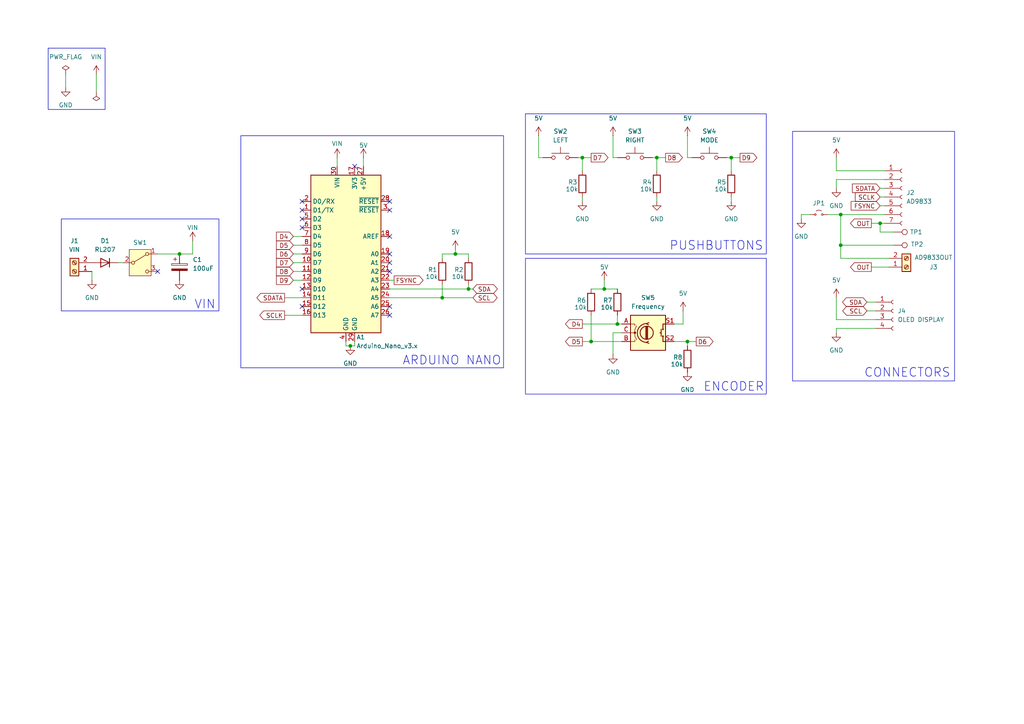
<source format=kicad_sch>
(kicad_sch
	(version 20231120)
	(generator "eeschema")
	(generator_version "8.0")
	(uuid "af7dbdc0-c008-4b38-bada-cd10ed84e5a3")
	(paper "A4")
	(lib_symbols
		(symbol "Connector:Conn_01x04_Socket"
			(pin_names
				(offset 1.016) hide)
			(exclude_from_sim no)
			(in_bom yes)
			(on_board yes)
			(property "Reference" "J"
				(at 0 5.08 0)
				(effects
					(font
						(size 1.27 1.27)
					)
				)
			)
			(property "Value" "Conn_01x04_Socket"
				(at 0 -7.62 0)
				(effects
					(font
						(size 1.27 1.27)
					)
				)
			)
			(property "Footprint" ""
				(at 0 0 0)
				(effects
					(font
						(size 1.27 1.27)
					)
					(hide yes)
				)
			)
			(property "Datasheet" "~"
				(at 0 0 0)
				(effects
					(font
						(size 1.27 1.27)
					)
					(hide yes)
				)
			)
			(property "Description" "Generic connector, single row, 01x04, script generated"
				(at 0 0 0)
				(effects
					(font
						(size 1.27 1.27)
					)
					(hide yes)
				)
			)
			(property "ki_locked" ""
				(at 0 0 0)
				(effects
					(font
						(size 1.27 1.27)
					)
				)
			)
			(property "ki_keywords" "connector"
				(at 0 0 0)
				(effects
					(font
						(size 1.27 1.27)
					)
					(hide yes)
				)
			)
			(property "ki_fp_filters" "Connector*:*_1x??_*"
				(at 0 0 0)
				(effects
					(font
						(size 1.27 1.27)
					)
					(hide yes)
				)
			)
			(symbol "Conn_01x04_Socket_1_1"
				(arc
					(start 0 -4.572)
					(mid -0.5058 -5.08)
					(end 0 -5.588)
					(stroke
						(width 0.1524)
						(type default)
					)
					(fill
						(type none)
					)
				)
				(arc
					(start 0 -2.032)
					(mid -0.5058 -2.54)
					(end 0 -3.048)
					(stroke
						(width 0.1524)
						(type default)
					)
					(fill
						(type none)
					)
				)
				(polyline
					(pts
						(xy -1.27 -5.08) (xy -0.508 -5.08)
					)
					(stroke
						(width 0.1524)
						(type default)
					)
					(fill
						(type none)
					)
				)
				(polyline
					(pts
						(xy -1.27 -2.54) (xy -0.508 -2.54)
					)
					(stroke
						(width 0.1524)
						(type default)
					)
					(fill
						(type none)
					)
				)
				(polyline
					(pts
						(xy -1.27 0) (xy -0.508 0)
					)
					(stroke
						(width 0.1524)
						(type default)
					)
					(fill
						(type none)
					)
				)
				(polyline
					(pts
						(xy -1.27 2.54) (xy -0.508 2.54)
					)
					(stroke
						(width 0.1524)
						(type default)
					)
					(fill
						(type none)
					)
				)
				(arc
					(start 0 0.508)
					(mid -0.5058 0)
					(end 0 -0.508)
					(stroke
						(width 0.1524)
						(type default)
					)
					(fill
						(type none)
					)
				)
				(arc
					(start 0 3.048)
					(mid -0.5058 2.54)
					(end 0 2.032)
					(stroke
						(width 0.1524)
						(type default)
					)
					(fill
						(type none)
					)
				)
				(pin passive line
					(at -5.08 2.54 0)
					(length 3.81)
					(name "Pin_1"
						(effects
							(font
								(size 1.27 1.27)
							)
						)
					)
					(number "1"
						(effects
							(font
								(size 1.27 1.27)
							)
						)
					)
				)
				(pin passive line
					(at -5.08 0 0)
					(length 3.81)
					(name "Pin_2"
						(effects
							(font
								(size 1.27 1.27)
							)
						)
					)
					(number "2"
						(effects
							(font
								(size 1.27 1.27)
							)
						)
					)
				)
				(pin passive line
					(at -5.08 -2.54 0)
					(length 3.81)
					(name "Pin_3"
						(effects
							(font
								(size 1.27 1.27)
							)
						)
					)
					(number "3"
						(effects
							(font
								(size 1.27 1.27)
							)
						)
					)
				)
				(pin passive line
					(at -5.08 -5.08 0)
					(length 3.81)
					(name "Pin_4"
						(effects
							(font
								(size 1.27 1.27)
							)
						)
					)
					(number "4"
						(effects
							(font
								(size 1.27 1.27)
							)
						)
					)
				)
			)
		)
		(symbol "Connector:Conn_01x07_Socket"
			(pin_names
				(offset 1.016) hide)
			(exclude_from_sim no)
			(in_bom yes)
			(on_board yes)
			(property "Reference" "J"
				(at 0 10.16 0)
				(effects
					(font
						(size 1.27 1.27)
					)
				)
			)
			(property "Value" "Conn_01x07_Socket"
				(at 0 -10.16 0)
				(effects
					(font
						(size 1.27 1.27)
					)
				)
			)
			(property "Footprint" ""
				(at 0 0 0)
				(effects
					(font
						(size 1.27 1.27)
					)
					(hide yes)
				)
			)
			(property "Datasheet" "~"
				(at 0 0 0)
				(effects
					(font
						(size 1.27 1.27)
					)
					(hide yes)
				)
			)
			(property "Description" "Generic connector, single row, 01x07, script generated"
				(at 0 0 0)
				(effects
					(font
						(size 1.27 1.27)
					)
					(hide yes)
				)
			)
			(property "ki_locked" ""
				(at 0 0 0)
				(effects
					(font
						(size 1.27 1.27)
					)
				)
			)
			(property "ki_keywords" "connector"
				(at 0 0 0)
				(effects
					(font
						(size 1.27 1.27)
					)
					(hide yes)
				)
			)
			(property "ki_fp_filters" "Connector*:*_1x??_*"
				(at 0 0 0)
				(effects
					(font
						(size 1.27 1.27)
					)
					(hide yes)
				)
			)
			(symbol "Conn_01x07_Socket_1_1"
				(arc
					(start 0 -7.112)
					(mid -0.5058 -7.62)
					(end 0 -8.128)
					(stroke
						(width 0.1524)
						(type default)
					)
					(fill
						(type none)
					)
				)
				(arc
					(start 0 -4.572)
					(mid -0.5058 -5.08)
					(end 0 -5.588)
					(stroke
						(width 0.1524)
						(type default)
					)
					(fill
						(type none)
					)
				)
				(arc
					(start 0 -2.032)
					(mid -0.5058 -2.54)
					(end 0 -3.048)
					(stroke
						(width 0.1524)
						(type default)
					)
					(fill
						(type none)
					)
				)
				(polyline
					(pts
						(xy -1.27 -7.62) (xy -0.508 -7.62)
					)
					(stroke
						(width 0.1524)
						(type default)
					)
					(fill
						(type none)
					)
				)
				(polyline
					(pts
						(xy -1.27 -5.08) (xy -0.508 -5.08)
					)
					(stroke
						(width 0.1524)
						(type default)
					)
					(fill
						(type none)
					)
				)
				(polyline
					(pts
						(xy -1.27 -2.54) (xy -0.508 -2.54)
					)
					(stroke
						(width 0.1524)
						(type default)
					)
					(fill
						(type none)
					)
				)
				(polyline
					(pts
						(xy -1.27 0) (xy -0.508 0)
					)
					(stroke
						(width 0.1524)
						(type default)
					)
					(fill
						(type none)
					)
				)
				(polyline
					(pts
						(xy -1.27 2.54) (xy -0.508 2.54)
					)
					(stroke
						(width 0.1524)
						(type default)
					)
					(fill
						(type none)
					)
				)
				(polyline
					(pts
						(xy -1.27 5.08) (xy -0.508 5.08)
					)
					(stroke
						(width 0.1524)
						(type default)
					)
					(fill
						(type none)
					)
				)
				(polyline
					(pts
						(xy -1.27 7.62) (xy -0.508 7.62)
					)
					(stroke
						(width 0.1524)
						(type default)
					)
					(fill
						(type none)
					)
				)
				(arc
					(start 0 0.508)
					(mid -0.5058 0)
					(end 0 -0.508)
					(stroke
						(width 0.1524)
						(type default)
					)
					(fill
						(type none)
					)
				)
				(arc
					(start 0 3.048)
					(mid -0.5058 2.54)
					(end 0 2.032)
					(stroke
						(width 0.1524)
						(type default)
					)
					(fill
						(type none)
					)
				)
				(arc
					(start 0 5.588)
					(mid -0.5058 5.08)
					(end 0 4.572)
					(stroke
						(width 0.1524)
						(type default)
					)
					(fill
						(type none)
					)
				)
				(arc
					(start 0 8.128)
					(mid -0.5058 7.62)
					(end 0 7.112)
					(stroke
						(width 0.1524)
						(type default)
					)
					(fill
						(type none)
					)
				)
				(pin passive line
					(at -5.08 7.62 0)
					(length 3.81)
					(name "Pin_1"
						(effects
							(font
								(size 1.27 1.27)
							)
						)
					)
					(number "1"
						(effects
							(font
								(size 1.27 1.27)
							)
						)
					)
				)
				(pin passive line
					(at -5.08 5.08 0)
					(length 3.81)
					(name "Pin_2"
						(effects
							(font
								(size 1.27 1.27)
							)
						)
					)
					(number "2"
						(effects
							(font
								(size 1.27 1.27)
							)
						)
					)
				)
				(pin passive line
					(at -5.08 2.54 0)
					(length 3.81)
					(name "Pin_3"
						(effects
							(font
								(size 1.27 1.27)
							)
						)
					)
					(number "3"
						(effects
							(font
								(size 1.27 1.27)
							)
						)
					)
				)
				(pin passive line
					(at -5.08 0 0)
					(length 3.81)
					(name "Pin_4"
						(effects
							(font
								(size 1.27 1.27)
							)
						)
					)
					(number "4"
						(effects
							(font
								(size 1.27 1.27)
							)
						)
					)
				)
				(pin passive line
					(at -5.08 -2.54 0)
					(length 3.81)
					(name "Pin_5"
						(effects
							(font
								(size 1.27 1.27)
							)
						)
					)
					(number "5"
						(effects
							(font
								(size 1.27 1.27)
							)
						)
					)
				)
				(pin passive line
					(at -5.08 -5.08 0)
					(length 3.81)
					(name "Pin_6"
						(effects
							(font
								(size 1.27 1.27)
							)
						)
					)
					(number "6"
						(effects
							(font
								(size 1.27 1.27)
							)
						)
					)
				)
				(pin passive line
					(at -5.08 -7.62 0)
					(length 3.81)
					(name "Pin_7"
						(effects
							(font
								(size 1.27 1.27)
							)
						)
					)
					(number "7"
						(effects
							(font
								(size 1.27 1.27)
							)
						)
					)
				)
			)
		)
		(symbol "Connector:Screw_Terminal_01x02"
			(pin_names
				(offset 1.016) hide)
			(exclude_from_sim no)
			(in_bom yes)
			(on_board yes)
			(property "Reference" "J"
				(at 0 2.54 0)
				(effects
					(font
						(size 1.27 1.27)
					)
				)
			)
			(property "Value" "Screw_Terminal_01x02"
				(at 0 -5.08 0)
				(effects
					(font
						(size 1.27 1.27)
					)
				)
			)
			(property "Footprint" ""
				(at 0 0 0)
				(effects
					(font
						(size 1.27 1.27)
					)
					(hide yes)
				)
			)
			(property "Datasheet" "~"
				(at 0 0 0)
				(effects
					(font
						(size 1.27 1.27)
					)
					(hide yes)
				)
			)
			(property "Description" "Generic screw terminal, single row, 01x02, script generated (kicad-library-utils/schlib/autogen/connector/)"
				(at 0 0 0)
				(effects
					(font
						(size 1.27 1.27)
					)
					(hide yes)
				)
			)
			(property "ki_keywords" "screw terminal"
				(at 0 0 0)
				(effects
					(font
						(size 1.27 1.27)
					)
					(hide yes)
				)
			)
			(property "ki_fp_filters" "TerminalBlock*:*"
				(at 0 0 0)
				(effects
					(font
						(size 1.27 1.27)
					)
					(hide yes)
				)
			)
			(symbol "Screw_Terminal_01x02_1_1"
				(rectangle
					(start -1.27 1.27)
					(end 1.27 -3.81)
					(stroke
						(width 0.254)
						(type default)
					)
					(fill
						(type background)
					)
				)
				(circle
					(center 0 -2.54)
					(radius 0.635)
					(stroke
						(width 0.1524)
						(type default)
					)
					(fill
						(type none)
					)
				)
				(polyline
					(pts
						(xy -0.5334 -2.2098) (xy 0.3302 -3.048)
					)
					(stroke
						(width 0.1524)
						(type default)
					)
					(fill
						(type none)
					)
				)
				(polyline
					(pts
						(xy -0.5334 0.3302) (xy 0.3302 -0.508)
					)
					(stroke
						(width 0.1524)
						(type default)
					)
					(fill
						(type none)
					)
				)
				(polyline
					(pts
						(xy -0.3556 -2.032) (xy 0.508 -2.8702)
					)
					(stroke
						(width 0.1524)
						(type default)
					)
					(fill
						(type none)
					)
				)
				(polyline
					(pts
						(xy -0.3556 0.508) (xy 0.508 -0.3302)
					)
					(stroke
						(width 0.1524)
						(type default)
					)
					(fill
						(type none)
					)
				)
				(circle
					(center 0 0)
					(radius 0.635)
					(stroke
						(width 0.1524)
						(type default)
					)
					(fill
						(type none)
					)
				)
				(pin passive line
					(at -5.08 0 0)
					(length 3.81)
					(name "Pin_1"
						(effects
							(font
								(size 1.27 1.27)
							)
						)
					)
					(number "1"
						(effects
							(font
								(size 1.27 1.27)
							)
						)
					)
				)
				(pin passive line
					(at -5.08 -2.54 0)
					(length 3.81)
					(name "Pin_2"
						(effects
							(font
								(size 1.27 1.27)
							)
						)
					)
					(number "2"
						(effects
							(font
								(size 1.27 1.27)
							)
						)
					)
				)
			)
		)
		(symbol "Connector:TestPoint"
			(pin_numbers hide)
			(pin_names
				(offset 0.762) hide)
			(exclude_from_sim no)
			(in_bom yes)
			(on_board yes)
			(property "Reference" "TP"
				(at 0 6.858 0)
				(effects
					(font
						(size 1.27 1.27)
					)
				)
			)
			(property "Value" "TestPoint"
				(at 0 5.08 0)
				(effects
					(font
						(size 1.27 1.27)
					)
				)
			)
			(property "Footprint" ""
				(at 5.08 0 0)
				(effects
					(font
						(size 1.27 1.27)
					)
					(hide yes)
				)
			)
			(property "Datasheet" "~"
				(at 5.08 0 0)
				(effects
					(font
						(size 1.27 1.27)
					)
					(hide yes)
				)
			)
			(property "Description" "test point"
				(at 0 0 0)
				(effects
					(font
						(size 1.27 1.27)
					)
					(hide yes)
				)
			)
			(property "ki_keywords" "test point tp"
				(at 0 0 0)
				(effects
					(font
						(size 1.27 1.27)
					)
					(hide yes)
				)
			)
			(property "ki_fp_filters" "Pin* Test*"
				(at 0 0 0)
				(effects
					(font
						(size 1.27 1.27)
					)
					(hide yes)
				)
			)
			(symbol "TestPoint_0_1"
				(circle
					(center 0 3.302)
					(radius 0.762)
					(stroke
						(width 0)
						(type default)
					)
					(fill
						(type none)
					)
				)
			)
			(symbol "TestPoint_1_1"
				(pin passive line
					(at 0 0 90)
					(length 2.54)
					(name "1"
						(effects
							(font
								(size 1.27 1.27)
							)
						)
					)
					(number "1"
						(effects
							(font
								(size 1.27 1.27)
							)
						)
					)
				)
			)
		)
		(symbol "Device:C_Polarized"
			(pin_numbers hide)
			(pin_names
				(offset 0.254)
			)
			(exclude_from_sim no)
			(in_bom yes)
			(on_board yes)
			(property "Reference" "C"
				(at 0.635 2.54 0)
				(effects
					(font
						(size 1.27 1.27)
					)
					(justify left)
				)
			)
			(property "Value" "C_Polarized"
				(at 0.635 -2.54 0)
				(effects
					(font
						(size 1.27 1.27)
					)
					(justify left)
				)
			)
			(property "Footprint" ""
				(at 0.9652 -3.81 0)
				(effects
					(font
						(size 1.27 1.27)
					)
					(hide yes)
				)
			)
			(property "Datasheet" "~"
				(at 0 0 0)
				(effects
					(font
						(size 1.27 1.27)
					)
					(hide yes)
				)
			)
			(property "Description" "Polarized capacitor"
				(at 0 0 0)
				(effects
					(font
						(size 1.27 1.27)
					)
					(hide yes)
				)
			)
			(property "ki_keywords" "cap capacitor"
				(at 0 0 0)
				(effects
					(font
						(size 1.27 1.27)
					)
					(hide yes)
				)
			)
			(property "ki_fp_filters" "CP_*"
				(at 0 0 0)
				(effects
					(font
						(size 1.27 1.27)
					)
					(hide yes)
				)
			)
			(symbol "C_Polarized_0_1"
				(rectangle
					(start -2.286 0.508)
					(end 2.286 1.016)
					(stroke
						(width 0)
						(type default)
					)
					(fill
						(type none)
					)
				)
				(polyline
					(pts
						(xy -1.778 2.286) (xy -0.762 2.286)
					)
					(stroke
						(width 0)
						(type default)
					)
					(fill
						(type none)
					)
				)
				(polyline
					(pts
						(xy -1.27 2.794) (xy -1.27 1.778)
					)
					(stroke
						(width 0)
						(type default)
					)
					(fill
						(type none)
					)
				)
				(rectangle
					(start 2.286 -0.508)
					(end -2.286 -1.016)
					(stroke
						(width 0)
						(type default)
					)
					(fill
						(type outline)
					)
				)
			)
			(symbol "C_Polarized_1_1"
				(pin passive line
					(at 0 3.81 270)
					(length 2.794)
					(name "~"
						(effects
							(font
								(size 1.27 1.27)
							)
						)
					)
					(number "1"
						(effects
							(font
								(size 1.27 1.27)
							)
						)
					)
				)
				(pin passive line
					(at 0 -3.81 90)
					(length 2.794)
					(name "~"
						(effects
							(font
								(size 1.27 1.27)
							)
						)
					)
					(number "2"
						(effects
							(font
								(size 1.27 1.27)
							)
						)
					)
				)
			)
		)
		(symbol "Device:D"
			(pin_numbers hide)
			(pin_names
				(offset 1.016) hide)
			(exclude_from_sim no)
			(in_bom yes)
			(on_board yes)
			(property "Reference" "D"
				(at 0 2.54 0)
				(effects
					(font
						(size 1.27 1.27)
					)
				)
			)
			(property "Value" "D"
				(at 0 -2.54 0)
				(effects
					(font
						(size 1.27 1.27)
					)
				)
			)
			(property "Footprint" ""
				(at 0 0 0)
				(effects
					(font
						(size 1.27 1.27)
					)
					(hide yes)
				)
			)
			(property "Datasheet" "~"
				(at 0 0 0)
				(effects
					(font
						(size 1.27 1.27)
					)
					(hide yes)
				)
			)
			(property "Description" "Diode"
				(at 0 0 0)
				(effects
					(font
						(size 1.27 1.27)
					)
					(hide yes)
				)
			)
			(property "Sim.Device" "D"
				(at 0 0 0)
				(effects
					(font
						(size 1.27 1.27)
					)
					(hide yes)
				)
			)
			(property "Sim.Pins" "1=K 2=A"
				(at 0 0 0)
				(effects
					(font
						(size 1.27 1.27)
					)
					(hide yes)
				)
			)
			(property "ki_keywords" "diode"
				(at 0 0 0)
				(effects
					(font
						(size 1.27 1.27)
					)
					(hide yes)
				)
			)
			(property "ki_fp_filters" "TO-???* *_Diode_* *SingleDiode* D_*"
				(at 0 0 0)
				(effects
					(font
						(size 1.27 1.27)
					)
					(hide yes)
				)
			)
			(symbol "D_0_1"
				(polyline
					(pts
						(xy -1.27 1.27) (xy -1.27 -1.27)
					)
					(stroke
						(width 0.254)
						(type default)
					)
					(fill
						(type none)
					)
				)
				(polyline
					(pts
						(xy 1.27 0) (xy -1.27 0)
					)
					(stroke
						(width 0)
						(type default)
					)
					(fill
						(type none)
					)
				)
				(polyline
					(pts
						(xy 1.27 1.27) (xy 1.27 -1.27) (xy -1.27 0) (xy 1.27 1.27)
					)
					(stroke
						(width 0.254)
						(type default)
					)
					(fill
						(type none)
					)
				)
			)
			(symbol "D_1_1"
				(pin passive line
					(at -3.81 0 0)
					(length 2.54)
					(name "K"
						(effects
							(font
								(size 1.27 1.27)
							)
						)
					)
					(number "1"
						(effects
							(font
								(size 1.27 1.27)
							)
						)
					)
				)
				(pin passive line
					(at 3.81 0 180)
					(length 2.54)
					(name "A"
						(effects
							(font
								(size 1.27 1.27)
							)
						)
					)
					(number "2"
						(effects
							(font
								(size 1.27 1.27)
							)
						)
					)
				)
			)
		)
		(symbol "Device:R"
			(pin_numbers hide)
			(pin_names
				(offset 0)
			)
			(exclude_from_sim no)
			(in_bom yes)
			(on_board yes)
			(property "Reference" "R"
				(at 2.032 0 90)
				(effects
					(font
						(size 1.27 1.27)
					)
				)
			)
			(property "Value" "R"
				(at 0 0 90)
				(effects
					(font
						(size 1.27 1.27)
					)
				)
			)
			(property "Footprint" ""
				(at -1.778 0 90)
				(effects
					(font
						(size 1.27 1.27)
					)
					(hide yes)
				)
			)
			(property "Datasheet" "~"
				(at 0 0 0)
				(effects
					(font
						(size 1.27 1.27)
					)
					(hide yes)
				)
			)
			(property "Description" "Resistor"
				(at 0 0 0)
				(effects
					(font
						(size 1.27 1.27)
					)
					(hide yes)
				)
			)
			(property "ki_keywords" "R res resistor"
				(at 0 0 0)
				(effects
					(font
						(size 1.27 1.27)
					)
					(hide yes)
				)
			)
			(property "ki_fp_filters" "R_*"
				(at 0 0 0)
				(effects
					(font
						(size 1.27 1.27)
					)
					(hide yes)
				)
			)
			(symbol "R_0_1"
				(rectangle
					(start -1.016 -2.54)
					(end 1.016 2.54)
					(stroke
						(width 0.254)
						(type default)
					)
					(fill
						(type none)
					)
				)
			)
			(symbol "R_1_1"
				(pin passive line
					(at 0 3.81 270)
					(length 1.27)
					(name "~"
						(effects
							(font
								(size 1.27 1.27)
							)
						)
					)
					(number "1"
						(effects
							(font
								(size 1.27 1.27)
							)
						)
					)
				)
				(pin passive line
					(at 0 -3.81 90)
					(length 1.27)
					(name "~"
						(effects
							(font
								(size 1.27 1.27)
							)
						)
					)
					(number "2"
						(effects
							(font
								(size 1.27 1.27)
							)
						)
					)
				)
			)
		)
		(symbol "Device:RotaryEncoder_Switch"
			(pin_names
				(offset 0.254) hide)
			(exclude_from_sim no)
			(in_bom yes)
			(on_board yes)
			(property "Reference" "SW"
				(at 0 6.604 0)
				(effects
					(font
						(size 1.27 1.27)
					)
				)
			)
			(property "Value" "RotaryEncoder_Switch"
				(at 0 -6.604 0)
				(effects
					(font
						(size 1.27 1.27)
					)
				)
			)
			(property "Footprint" ""
				(at -3.81 4.064 0)
				(effects
					(font
						(size 1.27 1.27)
					)
					(hide yes)
				)
			)
			(property "Datasheet" "~"
				(at 0 6.604 0)
				(effects
					(font
						(size 1.27 1.27)
					)
					(hide yes)
				)
			)
			(property "Description" "Rotary encoder, dual channel, incremental quadrate outputs, with switch"
				(at 0 0 0)
				(effects
					(font
						(size 1.27 1.27)
					)
					(hide yes)
				)
			)
			(property "ki_keywords" "rotary switch encoder switch push button"
				(at 0 0 0)
				(effects
					(font
						(size 1.27 1.27)
					)
					(hide yes)
				)
			)
			(property "ki_fp_filters" "RotaryEncoder*Switch*"
				(at 0 0 0)
				(effects
					(font
						(size 1.27 1.27)
					)
					(hide yes)
				)
			)
			(symbol "RotaryEncoder_Switch_0_1"
				(rectangle
					(start -5.08 5.08)
					(end 5.08 -5.08)
					(stroke
						(width 0.254)
						(type default)
					)
					(fill
						(type background)
					)
				)
				(circle
					(center -3.81 0)
					(radius 0.254)
					(stroke
						(width 0)
						(type default)
					)
					(fill
						(type outline)
					)
				)
				(circle
					(center -0.381 0)
					(radius 1.905)
					(stroke
						(width 0.254)
						(type default)
					)
					(fill
						(type none)
					)
				)
				(arc
					(start -0.381 2.667)
					(mid -3.0988 -0.0635)
					(end -0.381 -2.794)
					(stroke
						(width 0.254)
						(type default)
					)
					(fill
						(type none)
					)
				)
				(polyline
					(pts
						(xy -0.635 -1.778) (xy -0.635 1.778)
					)
					(stroke
						(width 0.254)
						(type default)
					)
					(fill
						(type none)
					)
				)
				(polyline
					(pts
						(xy -0.381 -1.778) (xy -0.381 1.778)
					)
					(stroke
						(width 0.254)
						(type default)
					)
					(fill
						(type none)
					)
				)
				(polyline
					(pts
						(xy -0.127 1.778) (xy -0.127 -1.778)
					)
					(stroke
						(width 0.254)
						(type default)
					)
					(fill
						(type none)
					)
				)
				(polyline
					(pts
						(xy 3.81 0) (xy 3.429 0)
					)
					(stroke
						(width 0.254)
						(type default)
					)
					(fill
						(type none)
					)
				)
				(polyline
					(pts
						(xy 3.81 1.016) (xy 3.81 -1.016)
					)
					(stroke
						(width 0.254)
						(type default)
					)
					(fill
						(type none)
					)
				)
				(polyline
					(pts
						(xy -5.08 -2.54) (xy -3.81 -2.54) (xy -3.81 -2.032)
					)
					(stroke
						(width 0)
						(type default)
					)
					(fill
						(type none)
					)
				)
				(polyline
					(pts
						(xy -5.08 2.54) (xy -3.81 2.54) (xy -3.81 2.032)
					)
					(stroke
						(width 0)
						(type default)
					)
					(fill
						(type none)
					)
				)
				(polyline
					(pts
						(xy 0.254 -3.048) (xy -0.508 -2.794) (xy 0.127 -2.413)
					)
					(stroke
						(width 0.254)
						(type default)
					)
					(fill
						(type none)
					)
				)
				(polyline
					(pts
						(xy 0.254 2.921) (xy -0.508 2.667) (xy 0.127 2.286)
					)
					(stroke
						(width 0.254)
						(type default)
					)
					(fill
						(type none)
					)
				)
				(polyline
					(pts
						(xy 5.08 -2.54) (xy 4.318 -2.54) (xy 4.318 -1.016)
					)
					(stroke
						(width 0.254)
						(type default)
					)
					(fill
						(type none)
					)
				)
				(polyline
					(pts
						(xy 5.08 2.54) (xy 4.318 2.54) (xy 4.318 1.016)
					)
					(stroke
						(width 0.254)
						(type default)
					)
					(fill
						(type none)
					)
				)
				(polyline
					(pts
						(xy -5.08 0) (xy -3.81 0) (xy -3.81 -1.016) (xy -3.302 -2.032)
					)
					(stroke
						(width 0)
						(type default)
					)
					(fill
						(type none)
					)
				)
				(polyline
					(pts
						(xy -4.318 0) (xy -3.81 0) (xy -3.81 1.016) (xy -3.302 2.032)
					)
					(stroke
						(width 0)
						(type default)
					)
					(fill
						(type none)
					)
				)
				(circle
					(center 4.318 -1.016)
					(radius 0.127)
					(stroke
						(width 0.254)
						(type default)
					)
					(fill
						(type none)
					)
				)
				(circle
					(center 4.318 1.016)
					(radius 0.127)
					(stroke
						(width 0.254)
						(type default)
					)
					(fill
						(type none)
					)
				)
			)
			(symbol "RotaryEncoder_Switch_1_1"
				(pin passive line
					(at -7.62 2.54 0)
					(length 2.54)
					(name "A"
						(effects
							(font
								(size 1.27 1.27)
							)
						)
					)
					(number "A"
						(effects
							(font
								(size 1.27 1.27)
							)
						)
					)
				)
				(pin passive line
					(at -7.62 -2.54 0)
					(length 2.54)
					(name "B"
						(effects
							(font
								(size 1.27 1.27)
							)
						)
					)
					(number "B"
						(effects
							(font
								(size 1.27 1.27)
							)
						)
					)
				)
				(pin passive line
					(at -7.62 0 0)
					(length 2.54)
					(name "C"
						(effects
							(font
								(size 1.27 1.27)
							)
						)
					)
					(number "C"
						(effects
							(font
								(size 1.27 1.27)
							)
						)
					)
				)
				(pin passive line
					(at 7.62 2.54 180)
					(length 2.54)
					(name "S1"
						(effects
							(font
								(size 1.27 1.27)
							)
						)
					)
					(number "S1"
						(effects
							(font
								(size 1.27 1.27)
							)
						)
					)
				)
				(pin passive line
					(at 7.62 -2.54 180)
					(length 2.54)
					(name "S2"
						(effects
							(font
								(size 1.27 1.27)
							)
						)
					)
					(number "S2"
						(effects
							(font
								(size 1.27 1.27)
							)
						)
					)
				)
			)
		)
		(symbol "Jumper:Jumper_2_Small_Open"
			(pin_numbers hide)
			(pin_names
				(offset 0) hide)
			(exclude_from_sim yes)
			(in_bom yes)
			(on_board yes)
			(property "Reference" "JP"
				(at 0 2.794 0)
				(effects
					(font
						(size 1.27 1.27)
					)
				)
			)
			(property "Value" "Jumper_2_Small_Open"
				(at 0 -2.286 0)
				(effects
					(font
						(size 1.27 1.27)
					)
				)
			)
			(property "Footprint" ""
				(at 0 0 0)
				(effects
					(font
						(size 1.27 1.27)
					)
					(hide yes)
				)
			)
			(property "Datasheet" "~"
				(at 0 0 0)
				(effects
					(font
						(size 1.27 1.27)
					)
					(hide yes)
				)
			)
			(property "Description" "Jumper, 2-pole, small symbol, open"
				(at 0 0 0)
				(effects
					(font
						(size 1.27 1.27)
					)
					(hide yes)
				)
			)
			(property "ki_keywords" "Jumper SPST"
				(at 0 0 0)
				(effects
					(font
						(size 1.27 1.27)
					)
					(hide yes)
				)
			)
			(property "ki_fp_filters" "Jumper* TestPoint*2Pads* TestPoint*Bridge*"
				(at 0 0 0)
				(effects
					(font
						(size 1.27 1.27)
					)
					(hide yes)
				)
			)
			(symbol "Jumper_2_Small_Open_0_0"
				(circle
					(center -1.016 0)
					(radius 0.254)
					(stroke
						(width 0)
						(type default)
					)
					(fill
						(type none)
					)
				)
				(circle
					(center 1.016 0)
					(radius 0.254)
					(stroke
						(width 0)
						(type default)
					)
					(fill
						(type none)
					)
				)
			)
			(symbol "Jumper_2_Small_Open_0_1"
				(arc
					(start 0.762 1.0196)
					(mid 0 1.2729)
					(end -0.762 1.0196)
					(stroke
						(width 0)
						(type default)
					)
					(fill
						(type none)
					)
				)
			)
			(symbol "Jumper_2_Small_Open_1_1"
				(pin passive line
					(at -2.54 0 0)
					(length 1.27)
					(name "A"
						(effects
							(font
								(size 1.27 1.27)
							)
						)
					)
					(number "1"
						(effects
							(font
								(size 1.27 1.27)
							)
						)
					)
				)
				(pin passive line
					(at 2.54 0 180)
					(length 1.27)
					(name "B"
						(effects
							(font
								(size 1.27 1.27)
							)
						)
					)
					(number "2"
						(effects
							(font
								(size 1.27 1.27)
							)
						)
					)
				)
			)
		)
		(symbol "MCU_Module:Arduino_Nano_v3.x"
			(exclude_from_sim no)
			(in_bom yes)
			(on_board yes)
			(property "Reference" "A"
				(at -10.16 23.495 0)
				(effects
					(font
						(size 1.27 1.27)
					)
					(justify left bottom)
				)
			)
			(property "Value" "Arduino_Nano_v3.x"
				(at 5.08 -24.13 0)
				(effects
					(font
						(size 1.27 1.27)
					)
					(justify left top)
				)
			)
			(property "Footprint" "Module:Arduino_Nano"
				(at 0 0 0)
				(effects
					(font
						(size 1.27 1.27)
						(italic yes)
					)
					(hide yes)
				)
			)
			(property "Datasheet" "http://www.mouser.com/pdfdocs/Gravitech_Arduino_Nano3_0.pdf"
				(at 0 0 0)
				(effects
					(font
						(size 1.27 1.27)
					)
					(hide yes)
				)
			)
			(property "Description" "Arduino Nano v3.x"
				(at 0 0 0)
				(effects
					(font
						(size 1.27 1.27)
					)
					(hide yes)
				)
			)
			(property "ki_keywords" "Arduino nano microcontroller module USB"
				(at 0 0 0)
				(effects
					(font
						(size 1.27 1.27)
					)
					(hide yes)
				)
			)
			(property "ki_fp_filters" "Arduino*Nano*"
				(at 0 0 0)
				(effects
					(font
						(size 1.27 1.27)
					)
					(hide yes)
				)
			)
			(symbol "Arduino_Nano_v3.x_0_1"
				(rectangle
					(start -10.16 22.86)
					(end 10.16 -22.86)
					(stroke
						(width 0.254)
						(type default)
					)
					(fill
						(type background)
					)
				)
			)
			(symbol "Arduino_Nano_v3.x_1_1"
				(pin bidirectional line
					(at -12.7 12.7 0)
					(length 2.54)
					(name "D1/TX"
						(effects
							(font
								(size 1.27 1.27)
							)
						)
					)
					(number "1"
						(effects
							(font
								(size 1.27 1.27)
							)
						)
					)
				)
				(pin bidirectional line
					(at -12.7 -2.54 0)
					(length 2.54)
					(name "D7"
						(effects
							(font
								(size 1.27 1.27)
							)
						)
					)
					(number "10"
						(effects
							(font
								(size 1.27 1.27)
							)
						)
					)
				)
				(pin bidirectional line
					(at -12.7 -5.08 0)
					(length 2.54)
					(name "D8"
						(effects
							(font
								(size 1.27 1.27)
							)
						)
					)
					(number "11"
						(effects
							(font
								(size 1.27 1.27)
							)
						)
					)
				)
				(pin bidirectional line
					(at -12.7 -7.62 0)
					(length 2.54)
					(name "D9"
						(effects
							(font
								(size 1.27 1.27)
							)
						)
					)
					(number "12"
						(effects
							(font
								(size 1.27 1.27)
							)
						)
					)
				)
				(pin bidirectional line
					(at -12.7 -10.16 0)
					(length 2.54)
					(name "D10"
						(effects
							(font
								(size 1.27 1.27)
							)
						)
					)
					(number "13"
						(effects
							(font
								(size 1.27 1.27)
							)
						)
					)
				)
				(pin bidirectional line
					(at -12.7 -12.7 0)
					(length 2.54)
					(name "D11"
						(effects
							(font
								(size 1.27 1.27)
							)
						)
					)
					(number "14"
						(effects
							(font
								(size 1.27 1.27)
							)
						)
					)
				)
				(pin bidirectional line
					(at -12.7 -15.24 0)
					(length 2.54)
					(name "D12"
						(effects
							(font
								(size 1.27 1.27)
							)
						)
					)
					(number "15"
						(effects
							(font
								(size 1.27 1.27)
							)
						)
					)
				)
				(pin bidirectional line
					(at -12.7 -17.78 0)
					(length 2.54)
					(name "D13"
						(effects
							(font
								(size 1.27 1.27)
							)
						)
					)
					(number "16"
						(effects
							(font
								(size 1.27 1.27)
							)
						)
					)
				)
				(pin power_out line
					(at 2.54 25.4 270)
					(length 2.54)
					(name "3V3"
						(effects
							(font
								(size 1.27 1.27)
							)
						)
					)
					(number "17"
						(effects
							(font
								(size 1.27 1.27)
							)
						)
					)
				)
				(pin input line
					(at 12.7 5.08 180)
					(length 2.54)
					(name "AREF"
						(effects
							(font
								(size 1.27 1.27)
							)
						)
					)
					(number "18"
						(effects
							(font
								(size 1.27 1.27)
							)
						)
					)
				)
				(pin bidirectional line
					(at 12.7 0 180)
					(length 2.54)
					(name "A0"
						(effects
							(font
								(size 1.27 1.27)
							)
						)
					)
					(number "19"
						(effects
							(font
								(size 1.27 1.27)
							)
						)
					)
				)
				(pin bidirectional line
					(at -12.7 15.24 0)
					(length 2.54)
					(name "D0/RX"
						(effects
							(font
								(size 1.27 1.27)
							)
						)
					)
					(number "2"
						(effects
							(font
								(size 1.27 1.27)
							)
						)
					)
				)
				(pin bidirectional line
					(at 12.7 -2.54 180)
					(length 2.54)
					(name "A1"
						(effects
							(font
								(size 1.27 1.27)
							)
						)
					)
					(number "20"
						(effects
							(font
								(size 1.27 1.27)
							)
						)
					)
				)
				(pin bidirectional line
					(at 12.7 -5.08 180)
					(length 2.54)
					(name "A2"
						(effects
							(font
								(size 1.27 1.27)
							)
						)
					)
					(number "21"
						(effects
							(font
								(size 1.27 1.27)
							)
						)
					)
				)
				(pin bidirectional line
					(at 12.7 -7.62 180)
					(length 2.54)
					(name "A3"
						(effects
							(font
								(size 1.27 1.27)
							)
						)
					)
					(number "22"
						(effects
							(font
								(size 1.27 1.27)
							)
						)
					)
				)
				(pin bidirectional line
					(at 12.7 -10.16 180)
					(length 2.54)
					(name "A4"
						(effects
							(font
								(size 1.27 1.27)
							)
						)
					)
					(number "23"
						(effects
							(font
								(size 1.27 1.27)
							)
						)
					)
				)
				(pin bidirectional line
					(at 12.7 -12.7 180)
					(length 2.54)
					(name "A5"
						(effects
							(font
								(size 1.27 1.27)
							)
						)
					)
					(number "24"
						(effects
							(font
								(size 1.27 1.27)
							)
						)
					)
				)
				(pin bidirectional line
					(at 12.7 -15.24 180)
					(length 2.54)
					(name "A6"
						(effects
							(font
								(size 1.27 1.27)
							)
						)
					)
					(number "25"
						(effects
							(font
								(size 1.27 1.27)
							)
						)
					)
				)
				(pin bidirectional line
					(at 12.7 -17.78 180)
					(length 2.54)
					(name "A7"
						(effects
							(font
								(size 1.27 1.27)
							)
						)
					)
					(number "26"
						(effects
							(font
								(size 1.27 1.27)
							)
						)
					)
				)
				(pin power_out line
					(at 5.08 25.4 270)
					(length 2.54)
					(name "+5V"
						(effects
							(font
								(size 1.27 1.27)
							)
						)
					)
					(number "27"
						(effects
							(font
								(size 1.27 1.27)
							)
						)
					)
				)
				(pin input line
					(at 12.7 15.24 180)
					(length 2.54)
					(name "~{RESET}"
						(effects
							(font
								(size 1.27 1.27)
							)
						)
					)
					(number "28"
						(effects
							(font
								(size 1.27 1.27)
							)
						)
					)
				)
				(pin power_in line
					(at 2.54 -25.4 90)
					(length 2.54)
					(name "GND"
						(effects
							(font
								(size 1.27 1.27)
							)
						)
					)
					(number "29"
						(effects
							(font
								(size 1.27 1.27)
							)
						)
					)
				)
				(pin input line
					(at 12.7 12.7 180)
					(length 2.54)
					(name "~{RESET}"
						(effects
							(font
								(size 1.27 1.27)
							)
						)
					)
					(number "3"
						(effects
							(font
								(size 1.27 1.27)
							)
						)
					)
				)
				(pin power_in line
					(at -2.54 25.4 270)
					(length 2.54)
					(name "VIN"
						(effects
							(font
								(size 1.27 1.27)
							)
						)
					)
					(number "30"
						(effects
							(font
								(size 1.27 1.27)
							)
						)
					)
				)
				(pin power_in line
					(at 0 -25.4 90)
					(length 2.54)
					(name "GND"
						(effects
							(font
								(size 1.27 1.27)
							)
						)
					)
					(number "4"
						(effects
							(font
								(size 1.27 1.27)
							)
						)
					)
				)
				(pin bidirectional line
					(at -12.7 10.16 0)
					(length 2.54)
					(name "D2"
						(effects
							(font
								(size 1.27 1.27)
							)
						)
					)
					(number "5"
						(effects
							(font
								(size 1.27 1.27)
							)
						)
					)
				)
				(pin bidirectional line
					(at -12.7 7.62 0)
					(length 2.54)
					(name "D3"
						(effects
							(font
								(size 1.27 1.27)
							)
						)
					)
					(number "6"
						(effects
							(font
								(size 1.27 1.27)
							)
						)
					)
				)
				(pin bidirectional line
					(at -12.7 5.08 0)
					(length 2.54)
					(name "D4"
						(effects
							(font
								(size 1.27 1.27)
							)
						)
					)
					(number "7"
						(effects
							(font
								(size 1.27 1.27)
							)
						)
					)
				)
				(pin bidirectional line
					(at -12.7 2.54 0)
					(length 2.54)
					(name "D5"
						(effects
							(font
								(size 1.27 1.27)
							)
						)
					)
					(number "8"
						(effects
							(font
								(size 1.27 1.27)
							)
						)
					)
				)
				(pin bidirectional line
					(at -12.7 0 0)
					(length 2.54)
					(name "D6"
						(effects
							(font
								(size 1.27 1.27)
							)
						)
					)
					(number "9"
						(effects
							(font
								(size 1.27 1.27)
							)
						)
					)
				)
			)
		)
		(symbol "Switch:SW_Push"
			(pin_numbers hide)
			(pin_names
				(offset 1.016) hide)
			(exclude_from_sim no)
			(in_bom yes)
			(on_board yes)
			(property "Reference" "SW"
				(at 1.27 2.54 0)
				(effects
					(font
						(size 1.27 1.27)
					)
					(justify left)
				)
			)
			(property "Value" "SW_Push"
				(at 0 -1.524 0)
				(effects
					(font
						(size 1.27 1.27)
					)
				)
			)
			(property "Footprint" ""
				(at 0 5.08 0)
				(effects
					(font
						(size 1.27 1.27)
					)
					(hide yes)
				)
			)
			(property "Datasheet" "~"
				(at 0 5.08 0)
				(effects
					(font
						(size 1.27 1.27)
					)
					(hide yes)
				)
			)
			(property "Description" "Push button switch, generic, two pins"
				(at 0 0 0)
				(effects
					(font
						(size 1.27 1.27)
					)
					(hide yes)
				)
			)
			(property "ki_keywords" "switch normally-open pushbutton push-button"
				(at 0 0 0)
				(effects
					(font
						(size 1.27 1.27)
					)
					(hide yes)
				)
			)
			(symbol "SW_Push_0_1"
				(circle
					(center -2.032 0)
					(radius 0.508)
					(stroke
						(width 0)
						(type default)
					)
					(fill
						(type none)
					)
				)
				(polyline
					(pts
						(xy 0 1.27) (xy 0 3.048)
					)
					(stroke
						(width 0)
						(type default)
					)
					(fill
						(type none)
					)
				)
				(polyline
					(pts
						(xy 2.54 1.27) (xy -2.54 1.27)
					)
					(stroke
						(width 0)
						(type default)
					)
					(fill
						(type none)
					)
				)
				(circle
					(center 2.032 0)
					(radius 0.508)
					(stroke
						(width 0)
						(type default)
					)
					(fill
						(type none)
					)
				)
				(pin passive line
					(at -5.08 0 0)
					(length 2.54)
					(name "1"
						(effects
							(font
								(size 1.27 1.27)
							)
						)
					)
					(number "1"
						(effects
							(font
								(size 1.27 1.27)
							)
						)
					)
				)
				(pin passive line
					(at 5.08 0 180)
					(length 2.54)
					(name "2"
						(effects
							(font
								(size 1.27 1.27)
							)
						)
					)
					(number "2"
						(effects
							(font
								(size 1.27 1.27)
							)
						)
					)
				)
			)
		)
		(symbol "Switch:SW_SPDT"
			(pin_names
				(offset 0) hide)
			(exclude_from_sim no)
			(in_bom yes)
			(on_board yes)
			(property "Reference" "SW"
				(at 0 5.08 0)
				(effects
					(font
						(size 1.27 1.27)
					)
				)
			)
			(property "Value" "SW_SPDT"
				(at 0 -5.08 0)
				(effects
					(font
						(size 1.27 1.27)
					)
				)
			)
			(property "Footprint" ""
				(at 0 0 0)
				(effects
					(font
						(size 1.27 1.27)
					)
					(hide yes)
				)
			)
			(property "Datasheet" "~"
				(at 0 -7.62 0)
				(effects
					(font
						(size 1.27 1.27)
					)
					(hide yes)
				)
			)
			(property "Description" "Switch, single pole double throw"
				(at 0 0 0)
				(effects
					(font
						(size 1.27 1.27)
					)
					(hide yes)
				)
			)
			(property "ki_keywords" "switch single-pole double-throw spdt ON-ON"
				(at 0 0 0)
				(effects
					(font
						(size 1.27 1.27)
					)
					(hide yes)
				)
			)
			(symbol "SW_SPDT_0_1"
				(circle
					(center -2.032 0)
					(radius 0.4572)
					(stroke
						(width 0)
						(type default)
					)
					(fill
						(type none)
					)
				)
				(polyline
					(pts
						(xy -1.651 0.254) (xy 1.651 2.286)
					)
					(stroke
						(width 0)
						(type default)
					)
					(fill
						(type none)
					)
				)
				(circle
					(center 2.032 -2.54)
					(radius 0.4572)
					(stroke
						(width 0)
						(type default)
					)
					(fill
						(type none)
					)
				)
				(circle
					(center 2.032 2.54)
					(radius 0.4572)
					(stroke
						(width 0)
						(type default)
					)
					(fill
						(type none)
					)
				)
			)
			(symbol "SW_SPDT_1_1"
				(rectangle
					(start -3.175 3.81)
					(end 3.175 -3.81)
					(stroke
						(width 0)
						(type default)
					)
					(fill
						(type background)
					)
				)
				(pin passive line
					(at 5.08 2.54 180)
					(length 2.54)
					(name "A"
						(effects
							(font
								(size 1.27 1.27)
							)
						)
					)
					(number "1"
						(effects
							(font
								(size 1.27 1.27)
							)
						)
					)
				)
				(pin passive line
					(at -5.08 0 0)
					(length 2.54)
					(name "B"
						(effects
							(font
								(size 1.27 1.27)
							)
						)
					)
					(number "2"
						(effects
							(font
								(size 1.27 1.27)
							)
						)
					)
				)
				(pin passive line
					(at 5.08 -2.54 180)
					(length 2.54)
					(name "C"
						(effects
							(font
								(size 1.27 1.27)
							)
						)
					)
					(number "3"
						(effects
							(font
								(size 1.27 1.27)
							)
						)
					)
				)
			)
		)
		(symbol "power:+15V"
			(power)
			(pin_numbers hide)
			(pin_names
				(offset 0) hide)
			(exclude_from_sim no)
			(in_bom yes)
			(on_board yes)
			(property "Reference" "#PWR"
				(at 0 -3.81 0)
				(effects
					(font
						(size 1.27 1.27)
					)
					(hide yes)
				)
			)
			(property "Value" "+15V"
				(at 0 3.556 0)
				(effects
					(font
						(size 1.27 1.27)
					)
				)
			)
			(property "Footprint" ""
				(at 0 0 0)
				(effects
					(font
						(size 1.27 1.27)
					)
					(hide yes)
				)
			)
			(property "Datasheet" ""
				(at 0 0 0)
				(effects
					(font
						(size 1.27 1.27)
					)
					(hide yes)
				)
			)
			(property "Description" "Power symbol creates a global label with name \"+15V\""
				(at 0 0 0)
				(effects
					(font
						(size 1.27 1.27)
					)
					(hide yes)
				)
			)
			(property "ki_keywords" "global power"
				(at 0 0 0)
				(effects
					(font
						(size 1.27 1.27)
					)
					(hide yes)
				)
			)
			(symbol "+15V_0_1"
				(polyline
					(pts
						(xy -0.762 1.27) (xy 0 2.54)
					)
					(stroke
						(width 0)
						(type default)
					)
					(fill
						(type none)
					)
				)
				(polyline
					(pts
						(xy 0 0) (xy 0 2.54)
					)
					(stroke
						(width 0)
						(type default)
					)
					(fill
						(type none)
					)
				)
				(polyline
					(pts
						(xy 0 2.54) (xy 0.762 1.27)
					)
					(stroke
						(width 0)
						(type default)
					)
					(fill
						(type none)
					)
				)
			)
			(symbol "+15V_1_1"
				(pin power_in line
					(at 0 0 90)
					(length 0)
					(name "~"
						(effects
							(font
								(size 1.27 1.27)
							)
						)
					)
					(number "1"
						(effects
							(font
								(size 1.27 1.27)
							)
						)
					)
				)
			)
		)
		(symbol "power:GND"
			(power)
			(pin_numbers hide)
			(pin_names
				(offset 0) hide)
			(exclude_from_sim no)
			(in_bom yes)
			(on_board yes)
			(property "Reference" "#PWR"
				(at 0 -6.35 0)
				(effects
					(font
						(size 1.27 1.27)
					)
					(hide yes)
				)
			)
			(property "Value" "GND"
				(at 0 -3.81 0)
				(effects
					(font
						(size 1.27 1.27)
					)
				)
			)
			(property "Footprint" ""
				(at 0 0 0)
				(effects
					(font
						(size 1.27 1.27)
					)
					(hide yes)
				)
			)
			(property "Datasheet" ""
				(at 0 0 0)
				(effects
					(font
						(size 1.27 1.27)
					)
					(hide yes)
				)
			)
			(property "Description" "Power symbol creates a global label with name \"GND\" , ground"
				(at 0 0 0)
				(effects
					(font
						(size 1.27 1.27)
					)
					(hide yes)
				)
			)
			(property "ki_keywords" "global power"
				(at 0 0 0)
				(effects
					(font
						(size 1.27 1.27)
					)
					(hide yes)
				)
			)
			(symbol "GND_0_1"
				(polyline
					(pts
						(xy 0 0) (xy 0 -1.27) (xy 1.27 -1.27) (xy 0 -2.54) (xy -1.27 -1.27) (xy 0 -1.27)
					)
					(stroke
						(width 0)
						(type default)
					)
					(fill
						(type none)
					)
				)
			)
			(symbol "GND_1_1"
				(pin power_in line
					(at 0 0 270)
					(length 0)
					(name "~"
						(effects
							(font
								(size 1.27 1.27)
							)
						)
					)
					(number "1"
						(effects
							(font
								(size 1.27 1.27)
							)
						)
					)
				)
			)
		)
		(symbol "power:PWR_FLAG"
			(power)
			(pin_numbers hide)
			(pin_names
				(offset 0) hide)
			(exclude_from_sim no)
			(in_bom yes)
			(on_board yes)
			(property "Reference" "#FLG"
				(at 0 1.905 0)
				(effects
					(font
						(size 1.27 1.27)
					)
					(hide yes)
				)
			)
			(property "Value" "PWR_FLAG"
				(at 0 3.81 0)
				(effects
					(font
						(size 1.27 1.27)
					)
				)
			)
			(property "Footprint" ""
				(at 0 0 0)
				(effects
					(font
						(size 1.27 1.27)
					)
					(hide yes)
				)
			)
			(property "Datasheet" "~"
				(at 0 0 0)
				(effects
					(font
						(size 1.27 1.27)
					)
					(hide yes)
				)
			)
			(property "Description" "Special symbol for telling ERC where power comes from"
				(at 0 0 0)
				(effects
					(font
						(size 1.27 1.27)
					)
					(hide yes)
				)
			)
			(property "ki_keywords" "flag power"
				(at 0 0 0)
				(effects
					(font
						(size 1.27 1.27)
					)
					(hide yes)
				)
			)
			(symbol "PWR_FLAG_0_0"
				(pin power_out line
					(at 0 0 90)
					(length 0)
					(name "~"
						(effects
							(font
								(size 1.27 1.27)
							)
						)
					)
					(number "1"
						(effects
							(font
								(size 1.27 1.27)
							)
						)
					)
				)
			)
			(symbol "PWR_FLAG_0_1"
				(polyline
					(pts
						(xy 0 0) (xy 0 1.27) (xy -1.016 1.905) (xy 0 2.54) (xy 1.016 1.905) (xy 0 1.27)
					)
					(stroke
						(width 0)
						(type default)
					)
					(fill
						(type none)
					)
				)
			)
		)
	)
	(junction
		(at 135.89 83.82)
		(diameter 0)
		(color 0 0 0 0)
		(uuid "05236cb6-0787-457b-be37-0c4d8761ef22")
	)
	(junction
		(at 101.6 100.33)
		(diameter 0)
		(color 0 0 0 0)
		(uuid "13a56abe-f431-48b2-a9b7-03d77134b55e")
	)
	(junction
		(at 243.84 71.12)
		(diameter 0)
		(color 0 0 0 0)
		(uuid "169ccf90-c1f4-446f-bf1d-eea3b5a5b53c")
	)
	(junction
		(at 190.5 45.72)
		(diameter 0)
		(color 0 0 0 0)
		(uuid "1dec3fbb-97f4-44af-8dfd-e8f1eb12cb72")
	)
	(junction
		(at 243.84 62.23)
		(diameter 0)
		(color 0 0 0 0)
		(uuid "30929794-78d7-4b32-8acc-2d0455f112d8")
	)
	(junction
		(at 212.09 45.72)
		(diameter 0)
		(color 0 0 0 0)
		(uuid "3e3643ce-f722-4286-b5f3-8becc89fc770")
	)
	(junction
		(at 175.26 83.82)
		(diameter 0)
		(color 0 0 0 0)
		(uuid "79ae94d4-f13a-4083-bb4b-122a6e4ee9c0")
	)
	(junction
		(at 171.45 99.06)
		(diameter 0)
		(color 0 0 0 0)
		(uuid "84d19127-ec42-4df0-8c22-700708317f97")
	)
	(junction
		(at 199.39 99.06)
		(diameter 0)
		(color 0 0 0 0)
		(uuid "8a9dab3f-a289-44b4-aee1-7fbf341c2b42")
	)
	(junction
		(at 179.07 93.98)
		(diameter 0)
		(color 0 0 0 0)
		(uuid "9d4c7ff5-ef26-4005-b0cd-75a70151e384")
	)
	(junction
		(at 168.91 45.72)
		(diameter 0)
		(color 0 0 0 0)
		(uuid "a39646c7-5483-4811-9fcb-dea2b9f3484e")
	)
	(junction
		(at 52.07 73.66)
		(diameter 0)
		(color 0 0 0 0)
		(uuid "bbcd73ac-17e6-46b2-8856-f68cc886997b")
	)
	(junction
		(at 128.27 86.36)
		(diameter 0)
		(color 0 0 0 0)
		(uuid "cfaf91fc-6a42-4b92-98d1-1b11f994e55f")
	)
	(junction
		(at 255.27 64.77)
		(diameter 0)
		(color 0 0 0 0)
		(uuid "ef534fbe-4c76-4782-b346-0509c1c20d90")
	)
	(junction
		(at 132.08 73.66)
		(diameter 0)
		(color 0 0 0 0)
		(uuid "f3f1ae79-9899-4de9-a241-7bccc8fe7982")
	)
	(no_connect
		(at 113.03 88.9)
		(uuid "0a95b3e6-6805-4803-a28f-bd1e78c3e40d")
	)
	(no_connect
		(at 45.72 78.74)
		(uuid "0d922af6-9f09-4f27-8c59-5d4342b607b2")
	)
	(no_connect
		(at 87.63 58.42)
		(uuid "2310b8da-d36c-43ac-9f16-502cd0d259b1")
	)
	(no_connect
		(at 113.03 68.58)
		(uuid "2e3c681f-2901-4ae2-91a6-cca0a7e20129")
	)
	(no_connect
		(at 87.63 83.82)
		(uuid "42705ba4-2979-4aad-81e6-72a63db35009")
	)
	(no_connect
		(at 113.03 91.44)
		(uuid "4e670cf4-45ca-4d67-914a-1f22c9b36e91")
	)
	(no_connect
		(at 113.03 76.2)
		(uuid "52a8ba94-eca3-4e01-81b0-62069d8f06a2")
	)
	(no_connect
		(at 113.03 73.66)
		(uuid "6d62fadf-aad5-4f74-bff1-8092518cb664")
	)
	(no_connect
		(at 87.63 88.9)
		(uuid "7b950636-c8d7-41d6-919a-56fe2d616f2f")
	)
	(no_connect
		(at 113.03 78.74)
		(uuid "9766a91b-4326-4eae-8ed8-93396a7850fe")
	)
	(no_connect
		(at 102.87 48.26)
		(uuid "9aa9238b-0ccd-4bd6-bfc0-548e9a16ca9d")
	)
	(no_connect
		(at 113.03 60.96)
		(uuid "a5cca0d7-aadc-499b-8531-a6ae8b6e3655")
	)
	(no_connect
		(at 113.03 58.42)
		(uuid "aac888cc-7079-406e-bd2b-871632136eb0")
	)
	(no_connect
		(at 87.63 63.5)
		(uuid "af22a0fb-94f2-466c-a075-780d2ab63ee6")
	)
	(no_connect
		(at 87.63 60.96)
		(uuid "b2382403-5378-44f0-b309-eca6cb4e894c")
	)
	(no_connect
		(at 87.63 66.04)
		(uuid "dffac767-b7a1-466c-9043-dfdd7a02f78c")
	)
	(wire
		(pts
			(xy 137.16 86.36) (xy 128.27 86.36)
		)
		(stroke
			(width 0)
			(type default)
		)
		(uuid "01dba191-a8ee-4cca-b9f0-e02127489281")
	)
	(wire
		(pts
			(xy 128.27 82.55) (xy 128.27 86.36)
		)
		(stroke
			(width 0)
			(type default)
		)
		(uuid "02a6505f-7884-40e9-8593-c1d6dae1aec2")
	)
	(wire
		(pts
			(xy 242.57 49.53) (xy 256.54 49.53)
		)
		(stroke
			(width 0)
			(type default)
		)
		(uuid "05291c9d-a8b9-4869-9055-cc230f17d543")
	)
	(wire
		(pts
			(xy 168.91 45.72) (xy 167.64 45.72)
		)
		(stroke
			(width 0)
			(type default)
		)
		(uuid "068d7ef1-5e93-4db7-9ba4-274f06f6c5f9")
	)
	(wire
		(pts
			(xy 171.45 83.82) (xy 175.26 83.82)
		)
		(stroke
			(width 0)
			(type default)
		)
		(uuid "0749912d-8718-4004-a55a-e4152bc408a2")
	)
	(wire
		(pts
			(xy 242.57 45.72) (xy 242.57 49.53)
		)
		(stroke
			(width 0)
			(type default)
		)
		(uuid "07d77784-a2d0-45ed-a8e7-651588a54c78")
	)
	(wire
		(pts
			(xy 252.73 77.47) (xy 257.81 77.47)
		)
		(stroke
			(width 0)
			(type default)
		)
		(uuid "0d641be3-92cd-4839-9b4e-ea56f64fe555")
	)
	(wire
		(pts
			(xy 242.57 86.36) (xy 242.57 92.71)
		)
		(stroke
			(width 0)
			(type default)
		)
		(uuid "1153902e-9aef-4d81-90f1-7aa0414b89cf")
	)
	(wire
		(pts
			(xy 45.72 73.66) (xy 52.07 73.66)
		)
		(stroke
			(width 0)
			(type default)
		)
		(uuid "12d2c682-232f-489d-b96b-bf9773dcf9c2")
	)
	(wire
		(pts
			(xy 199.39 99.06) (xy 201.93 99.06)
		)
		(stroke
			(width 0)
			(type default)
		)
		(uuid "149a72a6-ba90-4984-9817-d0b1d5228b1f")
	)
	(wire
		(pts
			(xy 255.27 64.77) (xy 256.54 64.77)
		)
		(stroke
			(width 0)
			(type default)
		)
		(uuid "16a6bdee-3c72-4b53-97ed-3f7c4ce03d80")
	)
	(wire
		(pts
			(xy 190.5 45.72) (xy 193.04 45.72)
		)
		(stroke
			(width 0)
			(type default)
		)
		(uuid "1c0c43b9-89e1-45d4-a5d6-bbda23c11194")
	)
	(wire
		(pts
			(xy 113.03 81.28) (xy 114.3 81.28)
		)
		(stroke
			(width 0)
			(type default)
		)
		(uuid "2a4f2405-f7b8-4a36-81e6-42eb77856434")
	)
	(wire
		(pts
			(xy 168.91 45.72) (xy 171.45 45.72)
		)
		(stroke
			(width 0)
			(type default)
		)
		(uuid "335df6d3-1cc6-459f-a3cc-2fd313aedbe5")
	)
	(wire
		(pts
			(xy 177.8 96.52) (xy 180.34 96.52)
		)
		(stroke
			(width 0)
			(type default)
		)
		(uuid "344b7ff7-94ed-499e-8009-5861d75047ae")
	)
	(wire
		(pts
			(xy 255.27 57.15) (xy 256.54 57.15)
		)
		(stroke
			(width 0)
			(type default)
		)
		(uuid "3985048d-21a6-4f1f-a93f-a539f41ea206")
	)
	(wire
		(pts
			(xy 128.27 73.66) (xy 128.27 74.93)
		)
		(stroke
			(width 0)
			(type default)
		)
		(uuid "3a111da7-0b39-41a9-ab4f-98eef9af476f")
	)
	(wire
		(pts
			(xy 242.57 96.52) (xy 242.57 95.25)
		)
		(stroke
			(width 0)
			(type default)
		)
		(uuid "3aad9997-eae7-4768-a827-d1c2bbe8dcfc")
	)
	(wire
		(pts
			(xy 100.33 100.33) (xy 100.33 99.06)
		)
		(stroke
			(width 0)
			(type default)
		)
		(uuid "3be8f639-75b6-468a-b17a-025c14bd288b")
	)
	(wire
		(pts
			(xy 177.8 45.72) (xy 179.07 45.72)
		)
		(stroke
			(width 0)
			(type default)
		)
		(uuid "3c2b8436-8c14-499c-9fa5-3b0260b69843")
	)
	(wire
		(pts
			(xy 198.12 93.98) (xy 195.58 93.98)
		)
		(stroke
			(width 0)
			(type default)
		)
		(uuid "40d39d59-5e6f-4334-9350-ebfbb71ea55d")
	)
	(wire
		(pts
			(xy 212.09 45.72) (xy 214.63 45.72)
		)
		(stroke
			(width 0)
			(type default)
		)
		(uuid "410886e2-aaf2-4bae-93d3-b109fb1b54f9")
	)
	(wire
		(pts
			(xy 243.84 71.12) (xy 259.08 71.12)
		)
		(stroke
			(width 0)
			(type default)
		)
		(uuid "422ad0b2-5972-4546-be61-0b9d9bdea5ec")
	)
	(wire
		(pts
			(xy 242.57 54.61) (xy 242.57 52.07)
		)
		(stroke
			(width 0)
			(type default)
		)
		(uuid "483b1fa3-e2df-4815-968a-da1fccb52268")
	)
	(wire
		(pts
			(xy 179.07 93.98) (xy 180.34 93.98)
		)
		(stroke
			(width 0)
			(type default)
		)
		(uuid "48ff6758-0759-4b30-9d37-2afa2cf9ace1")
	)
	(wire
		(pts
			(xy 242.57 95.25) (xy 254 95.25)
		)
		(stroke
			(width 0)
			(type default)
		)
		(uuid "4a96059b-5900-4a3c-a324-1b2f57ea83b0")
	)
	(wire
		(pts
			(xy 101.6 100.33) (xy 100.33 100.33)
		)
		(stroke
			(width 0)
			(type default)
		)
		(uuid "4bc2db6d-7b9d-42c2-96f8-9ee1d4327df9")
	)
	(wire
		(pts
			(xy 137.16 83.82) (xy 135.89 83.82)
		)
		(stroke
			(width 0)
			(type default)
		)
		(uuid "5b7c828e-0a6d-4dca-a26a-8ea4199c7fd2")
	)
	(wire
		(pts
			(xy 243.84 74.93) (xy 257.81 74.93)
		)
		(stroke
			(width 0)
			(type default)
		)
		(uuid "5b999275-63ea-4519-99cd-37e687c64e6b")
	)
	(wire
		(pts
			(xy 85.09 78.74) (xy 87.63 78.74)
		)
		(stroke
			(width 0)
			(type default)
		)
		(uuid "5f565a28-a4f9-4d52-97d9-b651184b6c90")
	)
	(wire
		(pts
			(xy 212.09 57.15) (xy 212.09 58.42)
		)
		(stroke
			(width 0)
			(type default)
		)
		(uuid "64cc3171-b6c0-4330-ab65-4d3e3a7d557c")
	)
	(wire
		(pts
			(xy 252.73 64.77) (xy 255.27 64.77)
		)
		(stroke
			(width 0)
			(type default)
		)
		(uuid "6598df4b-9470-4efe-9546-43669537b51d")
	)
	(wire
		(pts
			(xy 242.57 92.71) (xy 254 92.71)
		)
		(stroke
			(width 0)
			(type default)
		)
		(uuid "6c433e25-4f9c-4283-9467-6c901cab8f88")
	)
	(wire
		(pts
			(xy 243.84 62.23) (xy 243.84 71.12)
		)
		(stroke
			(width 0)
			(type default)
		)
		(uuid "750a1115-b470-4dda-b824-34a92f3f383e")
	)
	(wire
		(pts
			(xy 156.21 39.37) (xy 156.21 45.72)
		)
		(stroke
			(width 0)
			(type default)
		)
		(uuid "75a97301-4537-4006-b328-a1936e60ea82")
	)
	(wire
		(pts
			(xy 199.39 45.72) (xy 200.66 45.72)
		)
		(stroke
			(width 0)
			(type default)
		)
		(uuid "7905d640-0de2-4037-b81e-a516eab35e50")
	)
	(wire
		(pts
			(xy 212.09 45.72) (xy 210.82 45.72)
		)
		(stroke
			(width 0)
			(type default)
		)
		(uuid "79d05ce0-00a4-46f6-94ef-63080b2d3da0")
	)
	(wire
		(pts
			(xy 199.39 39.37) (xy 199.39 45.72)
		)
		(stroke
			(width 0)
			(type default)
		)
		(uuid "7c8d903e-af90-46cc-8d0d-3ba96b849414")
	)
	(wire
		(pts
			(xy 171.45 99.06) (xy 180.34 99.06)
		)
		(stroke
			(width 0)
			(type default)
		)
		(uuid "8425843b-877c-480e-9d26-de5e7415caf9")
	)
	(wire
		(pts
			(xy 251.46 90.17) (xy 254 90.17)
		)
		(stroke
			(width 0)
			(type default)
		)
		(uuid "869a59ec-1a18-40b3-b882-4323c10705cc")
	)
	(wire
		(pts
			(xy 190.5 45.72) (xy 189.23 45.72)
		)
		(stroke
			(width 0)
			(type default)
		)
		(uuid "8787feae-f764-4cf3-99dd-1c2c008a94ee")
	)
	(wire
		(pts
			(xy 156.21 45.72) (xy 157.48 45.72)
		)
		(stroke
			(width 0)
			(type default)
		)
		(uuid "8b9fa722-080f-44ab-9610-dc68d350d644")
	)
	(wire
		(pts
			(xy 135.89 82.55) (xy 135.89 83.82)
		)
		(stroke
			(width 0)
			(type default)
		)
		(uuid "8d9989d3-0772-4938-a1be-e2b89362f4f9")
	)
	(wire
		(pts
			(xy 255.27 54.61) (xy 256.54 54.61)
		)
		(stroke
			(width 0)
			(type default)
		)
		(uuid "8e4370ff-d1bb-4983-b83b-4c438d9ebad0")
	)
	(wire
		(pts
			(xy 168.91 99.06) (xy 171.45 99.06)
		)
		(stroke
			(width 0)
			(type default)
		)
		(uuid "8ee648c5-b8cc-4005-9ff5-84fce4aaf58e")
	)
	(wire
		(pts
			(xy 179.07 91.44) (xy 179.07 93.98)
		)
		(stroke
			(width 0)
			(type default)
		)
		(uuid "92ce71f1-b61f-4ea1-89ab-0a8d080c1a12")
	)
	(wire
		(pts
			(xy 171.45 91.44) (xy 171.45 99.06)
		)
		(stroke
			(width 0)
			(type default)
		)
		(uuid "9621833d-811f-468b-a0f8-ceb89d723b5c")
	)
	(wire
		(pts
			(xy 34.29 76.2) (xy 35.56 76.2)
		)
		(stroke
			(width 0)
			(type default)
		)
		(uuid "96a715e2-34c6-4c20-a61f-aefd11e48a60")
	)
	(wire
		(pts
			(xy 232.41 62.23) (xy 234.95 62.23)
		)
		(stroke
			(width 0)
			(type default)
		)
		(uuid "96acdd4e-a58e-437e-a27f-53d68c41cdbb")
	)
	(wire
		(pts
			(xy 85.09 71.12) (xy 87.63 71.12)
		)
		(stroke
			(width 0)
			(type default)
		)
		(uuid "9d1c141b-dd79-47e1-86b6-20dfdbcf8625")
	)
	(wire
		(pts
			(xy 175.26 81.28) (xy 175.26 83.82)
		)
		(stroke
			(width 0)
			(type default)
		)
		(uuid "a5e049a8-4ec9-4ae7-a1ac-b6994bced803")
	)
	(wire
		(pts
			(xy 27.94 21.59) (xy 27.94 26.67)
		)
		(stroke
			(width 0)
			(type default)
		)
		(uuid "a6218976-86b3-4cb5-826b-21abdd4cb174")
	)
	(wire
		(pts
			(xy 105.41 45.72) (xy 105.41 48.26)
		)
		(stroke
			(width 0)
			(type default)
		)
		(uuid "a6ab96af-a783-49b5-b28b-92f4d4cd2b12")
	)
	(wire
		(pts
			(xy 255.27 67.31) (xy 255.27 64.77)
		)
		(stroke
			(width 0)
			(type default)
		)
		(uuid "ab7944df-2066-4ea4-a180-7a808cbe9e8b")
	)
	(wire
		(pts
			(xy 101.6 100.33) (xy 102.87 100.33)
		)
		(stroke
			(width 0)
			(type default)
		)
		(uuid "ac777a34-26b3-45fe-8c6c-444878977b99")
	)
	(wire
		(pts
			(xy 242.57 52.07) (xy 256.54 52.07)
		)
		(stroke
			(width 0)
			(type default)
		)
		(uuid "af6543b0-8bb3-4ad9-baee-0e3122628004")
	)
	(wire
		(pts
			(xy 175.26 83.82) (xy 179.07 83.82)
		)
		(stroke
			(width 0)
			(type default)
		)
		(uuid "b443bd05-c734-4a1f-913b-ccae6a747824")
	)
	(wire
		(pts
			(xy 128.27 86.36) (xy 113.03 86.36)
		)
		(stroke
			(width 0)
			(type default)
		)
		(uuid "b5bd127c-b600-4eaa-9466-cd24a183644a")
	)
	(wire
		(pts
			(xy 102.87 100.33) (xy 102.87 99.06)
		)
		(stroke
			(width 0)
			(type default)
		)
		(uuid "b7c05789-2beb-4b80-9d71-4f8f29de7110")
	)
	(wire
		(pts
			(xy 85.09 73.66) (xy 87.63 73.66)
		)
		(stroke
			(width 0)
			(type default)
		)
		(uuid "b7db171d-97fb-4e0c-974b-0c15bfe79f44")
	)
	(wire
		(pts
			(xy 19.05 21.59) (xy 19.05 25.4)
		)
		(stroke
			(width 0)
			(type default)
		)
		(uuid "b86c4a6e-e1c8-4abc-85ec-d79a44482401")
	)
	(wire
		(pts
			(xy 177.8 39.37) (xy 177.8 45.72)
		)
		(stroke
			(width 0)
			(type default)
		)
		(uuid "bf510daf-fc6d-4488-9234-6adea6b3c336")
	)
	(wire
		(pts
			(xy 177.8 102.87) (xy 177.8 96.52)
		)
		(stroke
			(width 0)
			(type default)
		)
		(uuid "bfaefbf4-35aa-49ec-86b7-1dd6e0a0bbba")
	)
	(wire
		(pts
			(xy 212.09 49.53) (xy 212.09 45.72)
		)
		(stroke
			(width 0)
			(type default)
		)
		(uuid "c20c8819-2bf8-4fd9-819a-7c004896cab8")
	)
	(wire
		(pts
			(xy 97.79 45.72) (xy 97.79 48.26)
		)
		(stroke
			(width 0)
			(type default)
		)
		(uuid "c24ab17f-10dc-4e2f-bb2b-d1c76c282084")
	)
	(wire
		(pts
			(xy 85.09 81.28) (xy 87.63 81.28)
		)
		(stroke
			(width 0)
			(type default)
		)
		(uuid "c344d8c8-21be-4b80-b5a4-4469a4d1b181")
	)
	(wire
		(pts
			(xy 243.84 71.12) (xy 243.84 74.93)
		)
		(stroke
			(width 0)
			(type default)
		)
		(uuid "c584c6cb-65cb-4f1d-895c-f5b83b0997c0")
	)
	(wire
		(pts
			(xy 52.07 73.66) (xy 55.88 73.66)
		)
		(stroke
			(width 0)
			(type default)
		)
		(uuid "c66073be-17c1-4586-b92c-4507ffb1d52a")
	)
	(wire
		(pts
			(xy 168.91 49.53) (xy 168.91 45.72)
		)
		(stroke
			(width 0)
			(type default)
		)
		(uuid "ca2cbf5d-bc9e-4cc2-8ab3-c19a89ede5c7")
	)
	(wire
		(pts
			(xy 132.08 72.39) (xy 132.08 73.66)
		)
		(stroke
			(width 0)
			(type default)
		)
		(uuid "ca55ddcf-87d3-4e62-9839-805b1919538d")
	)
	(wire
		(pts
			(xy 199.39 100.33) (xy 199.39 99.06)
		)
		(stroke
			(width 0)
			(type default)
		)
		(uuid "cb2ae24f-8183-46ff-aeb0-779cdae64d89")
	)
	(wire
		(pts
			(xy 132.08 73.66) (xy 128.27 73.66)
		)
		(stroke
			(width 0)
			(type default)
		)
		(uuid "ce13ac1b-9484-4898-8f3d-91edde7dbea3")
	)
	(wire
		(pts
			(xy 26.67 78.74) (xy 26.67 81.28)
		)
		(stroke
			(width 0)
			(type default)
		)
		(uuid "ce5fabee-2330-4685-a7a7-26594a5f0314")
	)
	(wire
		(pts
			(xy 251.46 87.63) (xy 254 87.63)
		)
		(stroke
			(width 0)
			(type default)
		)
		(uuid "d1f06191-1ba6-43ec-8f01-6f02a1f7cc96")
	)
	(wire
		(pts
			(xy 82.55 86.36) (xy 87.63 86.36)
		)
		(stroke
			(width 0)
			(type default)
		)
		(uuid "d2a3347c-2c7a-4183-92b2-6e9bfe97f79e")
	)
	(wire
		(pts
			(xy 55.88 73.66) (xy 55.88 69.85)
		)
		(stroke
			(width 0)
			(type default)
		)
		(uuid "d6146d2c-d02d-4e58-9f90-15f0e3c1b6ec")
	)
	(wire
		(pts
			(xy 135.89 73.66) (xy 135.89 74.93)
		)
		(stroke
			(width 0)
			(type default)
		)
		(uuid "d980b141-792b-45ca-9dea-da77ac403ef4")
	)
	(wire
		(pts
			(xy 190.5 49.53) (xy 190.5 45.72)
		)
		(stroke
			(width 0)
			(type default)
		)
		(uuid "e1fee632-504f-4593-acd9-6fe6539b4345")
	)
	(wire
		(pts
			(xy 82.55 91.44) (xy 87.63 91.44)
		)
		(stroke
			(width 0)
			(type default)
		)
		(uuid "e422cb61-730b-4a30-84e8-5d6f3757e909")
	)
	(wire
		(pts
			(xy 255.27 67.31) (xy 259.08 67.31)
		)
		(stroke
			(width 0)
			(type default)
		)
		(uuid "e8e9d39e-ac68-42c9-b003-78befbb789b7")
	)
	(wire
		(pts
			(xy 198.12 90.17) (xy 198.12 93.98)
		)
		(stroke
			(width 0)
			(type default)
		)
		(uuid "eb1471d5-9a8e-4a27-b5b5-bdf6809d6489")
	)
	(wire
		(pts
			(xy 240.03 62.23) (xy 243.84 62.23)
		)
		(stroke
			(width 0)
			(type default)
		)
		(uuid "ec5ca769-8955-4f77-812d-c1e8fa467d7a")
	)
	(wire
		(pts
			(xy 168.91 57.15) (xy 168.91 58.42)
		)
		(stroke
			(width 0)
			(type default)
		)
		(uuid "ed9f8079-cdcc-4bf5-a4db-7c49eb259306")
	)
	(wire
		(pts
			(xy 243.84 62.23) (xy 256.54 62.23)
		)
		(stroke
			(width 0)
			(type default)
		)
		(uuid "edf7a7b6-5265-4034-be0d-cd63f6e65992")
	)
	(wire
		(pts
			(xy 132.08 73.66) (xy 135.89 73.66)
		)
		(stroke
			(width 0)
			(type default)
		)
		(uuid "ef8415f4-b8ff-42f6-ae57-55cc7f4a044f")
	)
	(wire
		(pts
			(xy 113.03 83.82) (xy 135.89 83.82)
		)
		(stroke
			(width 0)
			(type default)
		)
		(uuid "f7261312-bf33-4655-8923-31d51428b963")
	)
	(wire
		(pts
			(xy 232.41 62.23) (xy 232.41 63.5)
		)
		(stroke
			(width 0)
			(type default)
		)
		(uuid "f838475d-c4df-46bb-8aff-ad791394f820")
	)
	(wire
		(pts
			(xy 168.91 93.98) (xy 179.07 93.98)
		)
		(stroke
			(width 0)
			(type default)
		)
		(uuid "f849dc6e-3e2a-405b-a74e-3079673486ec")
	)
	(wire
		(pts
			(xy 255.27 59.69) (xy 256.54 59.69)
		)
		(stroke
			(width 0)
			(type default)
		)
		(uuid "f9dbe0ba-4c6a-4fd9-902c-39d0bb360371")
	)
	(wire
		(pts
			(xy 85.09 68.58) (xy 87.63 68.58)
		)
		(stroke
			(width 0)
			(type default)
		)
		(uuid "fa815a5f-7216-468e-a0ce-fbe1b9d93b20")
	)
	(wire
		(pts
			(xy 85.09 76.2) (xy 87.63 76.2)
		)
		(stroke
			(width 0)
			(type default)
		)
		(uuid "fbacdfe6-bfe3-464f-9ffe-37dacf9e7b26")
	)
	(wire
		(pts
			(xy 195.58 99.06) (xy 199.39 99.06)
		)
		(stroke
			(width 0)
			(type default)
		)
		(uuid "ff0821f2-b7e6-4c25-839d-a193b1d7c3b3")
	)
	(wire
		(pts
			(xy 190.5 57.15) (xy 190.5 58.42)
		)
		(stroke
			(width 0)
			(type default)
		)
		(uuid "ff149b43-f0f5-4f2e-a215-c8ad1721d7d4")
	)
	(rectangle
		(start 17.78 63.5)
		(end 63.5 90.17)
		(stroke
			(width 0)
			(type default)
		)
		(fill
			(type none)
		)
		(uuid 4524d991-007b-465f-bd6b-3a3e21cd2d2b)
	)
	(rectangle
		(start 152.4 74.93)
		(end 222.25 114.3)
		(stroke
			(width 0)
			(type default)
		)
		(fill
			(type none)
		)
		(uuid 910f3867-6b8a-4ff6-afd3-a15b9710ca3d)
	)
	(rectangle
		(start 229.87 38.1)
		(end 276.86 110.49)
		(stroke
			(width 0)
			(type default)
		)
		(fill
			(type none)
		)
		(uuid ba15bc91-26a2-4976-afc2-eba99cd0bdc3)
	)
	(rectangle
		(start 13.97 13.97)
		(end 30.48 31.75)
		(stroke
			(width 0)
			(type default)
		)
		(fill
			(type none)
		)
		(uuid c4a7ba47-2ac6-4599-887d-2e564af84379)
	)
	(rectangle
		(start 69.85 39.37)
		(end 146.05 106.68)
		(stroke
			(width 0)
			(type default)
		)
		(fill
			(type none)
		)
		(uuid ce925bb6-656f-4d80-87ab-a8c76aea4a45)
	)
	(rectangle
		(start 152.4 33.02)
		(end 222.25 73.66)
		(stroke
			(width 0)
			(type default)
		)
		(fill
			(type none)
		)
		(uuid e80fd2d5-a982-485a-a6a5-4c39ab95a8b8)
	)
	(text "CONNECTORS"
		(exclude_from_sim no)
		(at 263.144 108.204 0)
		(effects
			(font
				(size 2.54 2.54)
			)
		)
		(uuid "5e5d2a60-8bd1-42b3-8d5c-268dddeeeab1")
	)
	(text "VIN"
		(exclude_from_sim no)
		(at 59.436 88.392 0)
		(effects
			(font
				(size 2.54 2.54)
			)
		)
		(uuid "7729f630-4cc7-457c-a0d1-ba62a514d1e0")
	)
	(text "ENCODER"
		(exclude_from_sim no)
		(at 212.852 112.268 0)
		(effects
			(font
				(size 2.54 2.54)
			)
		)
		(uuid "ad5fa75f-dfd4-4e78-b224-41bb9cd426e2")
	)
	(text "ARDUINO NANO"
		(exclude_from_sim no)
		(at 131.064 104.648 0)
		(effects
			(font
				(size 2.54 2.54)
			)
		)
		(uuid "ccb4571a-00cd-433e-ab30-79c0cd70d9d7")
	)
	(text "PUSHBUTTONS"
		(exclude_from_sim no)
		(at 207.772 71.374 0)
		(effects
			(font
				(size 2.54 2.54)
			)
		)
		(uuid "d64dfc45-6298-4b06-9c85-c0bf4a2822ea")
	)
	(global_label "D6"
		(shape output)
		(at 201.93 99.06 0)
		(fields_autoplaced yes)
		(effects
			(font
				(size 1.27 1.27)
			)
			(justify left)
		)
		(uuid "01d4ce6f-bf6f-4cd6-a7ab-709307ecbedf")
		(property "Intersheetrefs" "${INTERSHEET_REFS}"
			(at 207.3947 99.06 0)
			(effects
				(font
					(size 1.27 1.27)
				)
				(justify left)
				(hide yes)
			)
		)
	)
	(global_label "SCL"
		(shape bidirectional)
		(at 137.16 86.36 0)
		(fields_autoplaced yes)
		(effects
			(font
				(size 1.27 1.27)
			)
			(justify left)
		)
		(uuid "1ac5225c-0d2e-4e90-86ae-d096ddea47fa")
		(property "Intersheetrefs" "${INTERSHEET_REFS}"
			(at 144.7641 86.36 0)
			(effects
				(font
					(size 1.27 1.27)
				)
				(justify left)
				(hide yes)
			)
		)
	)
	(global_label "D9"
		(shape input)
		(at 85.09 81.28 180)
		(fields_autoplaced yes)
		(effects
			(font
				(size 1.27 1.27)
			)
			(justify right)
		)
		(uuid "29aca2b3-a8d8-46d3-9ae4-f1913ba6975e")
		(property "Intersheetrefs" "${INTERSHEET_REFS}"
			(at 79.6253 81.28 0)
			(effects
				(font
					(size 1.27 1.27)
				)
				(justify right)
				(hide yes)
			)
		)
	)
	(global_label "D4"
		(shape output)
		(at 168.91 93.98 180)
		(fields_autoplaced yes)
		(effects
			(font
				(size 1.27 1.27)
			)
			(justify right)
		)
		(uuid "3eab716b-6e60-4b2f-96e9-bb8f29c425d7")
		(property "Intersheetrefs" "${INTERSHEET_REFS}"
			(at 163.4453 93.98 0)
			(effects
				(font
					(size 1.27 1.27)
				)
				(justify right)
				(hide yes)
			)
		)
	)
	(global_label "FSYNC"
		(shape input)
		(at 255.27 59.69 180)
		(fields_autoplaced yes)
		(effects
			(font
				(size 1.27 1.27)
			)
			(justify right)
		)
		(uuid "401d69dd-031e-47d2-81af-e0b607308b8a")
		(property "Intersheetrefs" "${INTERSHEET_REFS}"
			(at 246.2976 59.69 0)
			(effects
				(font
					(size 1.27 1.27)
				)
				(justify right)
				(hide yes)
			)
		)
	)
	(global_label "OUT"
		(shape output)
		(at 252.73 77.47 180)
		(fields_autoplaced yes)
		(effects
			(font
				(size 1.27 1.27)
			)
			(justify right)
		)
		(uuid "43537e16-99f2-4b97-a879-14973947d87b")
		(property "Intersheetrefs" "${INTERSHEET_REFS}"
			(at 246.1162 77.47 0)
			(effects
				(font
					(size 1.27 1.27)
				)
				(justify right)
				(hide yes)
			)
		)
	)
	(global_label "SDATA"
		(shape output)
		(at 82.55 86.36 180)
		(fields_autoplaced yes)
		(effects
			(font
				(size 1.27 1.27)
			)
			(justify right)
		)
		(uuid "4db8abc0-7838-4bdd-b5f1-d7a6a23b1060")
		(property "Intersheetrefs" "${INTERSHEET_REFS}"
			(at 73.9405 86.36 0)
			(effects
				(font
					(size 1.27 1.27)
				)
				(justify right)
				(hide yes)
			)
		)
	)
	(global_label "D9"
		(shape output)
		(at 214.63 45.72 0)
		(fields_autoplaced yes)
		(effects
			(font
				(size 1.27 1.27)
			)
			(justify left)
		)
		(uuid "4e36938d-50f1-4e41-8043-d84bea1ef779")
		(property "Intersheetrefs" "${INTERSHEET_REFS}"
			(at 220.0947 45.72 0)
			(effects
				(font
					(size 1.27 1.27)
				)
				(justify left)
				(hide yes)
			)
		)
	)
	(global_label "OUT"
		(shape output)
		(at 252.73 64.77 180)
		(fields_autoplaced yes)
		(effects
			(font
				(size 1.27 1.27)
			)
			(justify right)
		)
		(uuid "543990f7-cc6a-4e4d-ad5d-899577b76532")
		(property "Intersheetrefs" "${INTERSHEET_REFS}"
			(at 246.1162 64.77 0)
			(effects
				(font
					(size 1.27 1.27)
				)
				(justify right)
				(hide yes)
			)
		)
	)
	(global_label "FSYNC"
		(shape output)
		(at 114.3 81.28 0)
		(fields_autoplaced yes)
		(effects
			(font
				(size 1.27 1.27)
			)
			(justify left)
		)
		(uuid "5f8b0c37-4a5f-441d-9a22-11bbb0b955bd")
		(property "Intersheetrefs" "${INTERSHEET_REFS}"
			(at 123.2724 81.28 0)
			(effects
				(font
					(size 1.27 1.27)
				)
				(justify left)
				(hide yes)
			)
		)
	)
	(global_label "SCL"
		(shape bidirectional)
		(at 251.46 90.17 180)
		(fields_autoplaced yes)
		(effects
			(font
				(size 1.27 1.27)
			)
			(justify right)
		)
		(uuid "603e88ba-c2f3-45e6-bddd-33c77c611df2")
		(property "Intersheetrefs" "${INTERSHEET_REFS}"
			(at 243.8559 90.17 0)
			(effects
				(font
					(size 1.27 1.27)
				)
				(justify right)
				(hide yes)
			)
		)
	)
	(global_label "D5"
		(shape output)
		(at 168.91 99.06 180)
		(fields_autoplaced yes)
		(effects
			(font
				(size 1.27 1.27)
			)
			(justify right)
		)
		(uuid "644dd21e-89eb-488a-b815-ccf7c118c3ae")
		(property "Intersheetrefs" "${INTERSHEET_REFS}"
			(at 163.4453 99.06 0)
			(effects
				(font
					(size 1.27 1.27)
				)
				(justify right)
				(hide yes)
			)
		)
	)
	(global_label "D7"
		(shape output)
		(at 171.45 45.72 0)
		(fields_autoplaced yes)
		(effects
			(font
				(size 1.27 1.27)
			)
			(justify left)
		)
		(uuid "6a52f635-73b0-47e9-814d-b95eefca20aa")
		(property "Intersheetrefs" "${INTERSHEET_REFS}"
			(at 176.9147 45.72 0)
			(effects
				(font
					(size 1.27 1.27)
				)
				(justify left)
				(hide yes)
			)
		)
	)
	(global_label "D7"
		(shape input)
		(at 85.09 76.2 180)
		(fields_autoplaced yes)
		(effects
			(font
				(size 1.27 1.27)
			)
			(justify right)
		)
		(uuid "6d453e45-0fd8-47f6-8f80-5825f583dd07")
		(property "Intersheetrefs" "${INTERSHEET_REFS}"
			(at 79.6253 76.2 0)
			(effects
				(font
					(size 1.27 1.27)
				)
				(justify right)
				(hide yes)
			)
		)
	)
	(global_label "SDATA"
		(shape input)
		(at 255.27 54.61 180)
		(fields_autoplaced yes)
		(effects
			(font
				(size 1.27 1.27)
			)
			(justify right)
		)
		(uuid "6f5a14b7-6c6e-48ae-897d-aba7d7842a8f")
		(property "Intersheetrefs" "${INTERSHEET_REFS}"
			(at 246.6605 54.61 0)
			(effects
				(font
					(size 1.27 1.27)
				)
				(justify right)
				(hide yes)
			)
		)
	)
	(global_label "D4"
		(shape input)
		(at 85.09 68.58 180)
		(fields_autoplaced yes)
		(effects
			(font
				(size 1.27 1.27)
			)
			(justify right)
		)
		(uuid "99c980e7-9335-4b8f-9de0-298541668df2")
		(property "Intersheetrefs" "${INTERSHEET_REFS}"
			(at 79.6253 68.58 0)
			(effects
				(font
					(size 1.27 1.27)
				)
				(justify right)
				(hide yes)
			)
		)
	)
	(global_label "SDA"
		(shape bidirectional)
		(at 251.46 87.63 180)
		(fields_autoplaced yes)
		(effects
			(font
				(size 1.27 1.27)
			)
			(justify right)
		)
		(uuid "a444ea8a-6bef-4f3d-98cd-25ff22c93b85")
		(property "Intersheetrefs" "${INTERSHEET_REFS}"
			(at 243.7954 87.63 0)
			(effects
				(font
					(size 1.27 1.27)
				)
				(justify right)
				(hide yes)
			)
		)
	)
	(global_label "D8"
		(shape output)
		(at 193.04 45.72 0)
		(fields_autoplaced yes)
		(effects
			(font
				(size 1.27 1.27)
			)
			(justify left)
		)
		(uuid "a8be52d7-baec-42ec-8d4d-717cfd236c44")
		(property "Intersheetrefs" "${INTERSHEET_REFS}"
			(at 198.5047 45.72 0)
			(effects
				(font
					(size 1.27 1.27)
				)
				(justify left)
				(hide yes)
			)
		)
	)
	(global_label "D5"
		(shape input)
		(at 85.09 71.12 180)
		(fields_autoplaced yes)
		(effects
			(font
				(size 1.27 1.27)
			)
			(justify right)
		)
		(uuid "b47e14eb-7799-4695-8cdb-333fbf166a0c")
		(property "Intersheetrefs" "${INTERSHEET_REFS}"
			(at 79.6253 71.12 0)
			(effects
				(font
					(size 1.27 1.27)
				)
				(justify right)
				(hide yes)
			)
		)
	)
	(global_label "SCLK"
		(shape output)
		(at 82.55 91.44 180)
		(fields_autoplaced yes)
		(effects
			(font
				(size 1.27 1.27)
			)
			(justify right)
		)
		(uuid "c2013226-0899-4978-a010-6e07e8034c6e")
		(property "Intersheetrefs" "${INTERSHEET_REFS}"
			(at 74.7872 91.44 0)
			(effects
				(font
					(size 1.27 1.27)
				)
				(justify right)
				(hide yes)
			)
		)
	)
	(global_label "D6"
		(shape input)
		(at 85.09 73.66 180)
		(fields_autoplaced yes)
		(effects
			(font
				(size 1.27 1.27)
			)
			(justify right)
		)
		(uuid "c4066e39-f89a-4839-bda8-4fc7fec950c6")
		(property "Intersheetrefs" "${INTERSHEET_REFS}"
			(at 79.6253 73.66 0)
			(effects
				(font
					(size 1.27 1.27)
				)
				(justify right)
				(hide yes)
			)
		)
	)
	(global_label "SDA"
		(shape bidirectional)
		(at 137.16 83.82 0)
		(fields_autoplaced yes)
		(effects
			(font
				(size 1.27 1.27)
			)
			(justify left)
		)
		(uuid "c4cd3ae8-5913-4e7e-8bf7-ba08b0f474d3")
		(property "Intersheetrefs" "${INTERSHEET_REFS}"
			(at 144.8246 83.82 0)
			(effects
				(font
					(size 1.27 1.27)
				)
				(justify left)
				(hide yes)
			)
		)
	)
	(global_label "SCLK"
		(shape input)
		(at 255.27 57.15 180)
		(fields_autoplaced yes)
		(effects
			(font
				(size 1.27 1.27)
			)
			(justify right)
		)
		(uuid "d2ed4077-2bcc-43fd-9947-96944703122b")
		(property "Intersheetrefs" "${INTERSHEET_REFS}"
			(at 247.5072 57.15 0)
			(effects
				(font
					(size 1.27 1.27)
				)
				(justify right)
				(hide yes)
			)
		)
	)
	(global_label "D8"
		(shape input)
		(at 85.09 78.74 180)
		(fields_autoplaced yes)
		(effects
			(font
				(size 1.27 1.27)
			)
			(justify right)
		)
		(uuid "e20d979a-2b82-4d12-a94f-7a5514736086")
		(property "Intersheetrefs" "${INTERSHEET_REFS}"
			(at 79.6253 78.74 0)
			(effects
				(font
					(size 1.27 1.27)
				)
				(justify right)
				(hide yes)
			)
		)
	)
	(symbol
		(lib_id "Connector:TestPoint")
		(at 259.08 71.12 270)
		(unit 1)
		(exclude_from_sim no)
		(in_bom yes)
		(on_board yes)
		(dnp no)
		(uuid "0552c9d4-27fe-4e4c-b524-e7a0d4874689")
		(property "Reference" "TP2"
			(at 264.16 70.866 90)
			(effects
				(font
					(size 1.27 1.27)
				)
				(justify left)
			)
		)
		(property "Value" "TestPoint"
			(at 264.16 72.3899 90)
			(effects
				(font
					(size 1.27 1.27)
				)
				(justify left)
				(hide yes)
			)
		)
		(property "Footprint" "Connector_PinHeader_2.54mm:PinHeader_1x01_P2.54mm_Vertical"
			(at 259.08 76.2 0)
			(effects
				(font
					(size 1.27 1.27)
				)
				(hide yes)
			)
		)
		(property "Datasheet" "~"
			(at 259.08 76.2 0)
			(effects
				(font
					(size 1.27 1.27)
				)
				(hide yes)
			)
		)
		(property "Description" "test point"
			(at 259.08 71.12 0)
			(effects
				(font
					(size 1.27 1.27)
				)
				(hide yes)
			)
		)
		(pin "1"
			(uuid "edf79bf8-29a6-4ab8-8904-1222c2bf6a92")
		)
		(instances
			(project "SimpleWaveformGen"
				(path "/af7dbdc0-c008-4b38-bada-cd10ed84e5a3"
					(reference "TP2")
					(unit 1)
				)
			)
		)
	)
	(symbol
		(lib_id "power:PWR_FLAG")
		(at 27.94 26.67 180)
		(unit 1)
		(exclude_from_sim no)
		(in_bom yes)
		(on_board yes)
		(dnp no)
		(fields_autoplaced yes)
		(uuid "0655dda6-c9d0-42a1-be44-d043b029d43b")
		(property "Reference" "#FLG02"
			(at 27.94 28.575 0)
			(effects
				(font
					(size 1.27 1.27)
				)
				(hide yes)
			)
		)
		(property "Value" "PWR_FLAG"
			(at 27.94 31.75 0)
			(effects
				(font
					(size 1.27 1.27)
				)
				(hide yes)
			)
		)
		(property "Footprint" ""
			(at 27.94 26.67 0)
			(effects
				(font
					(size 1.27 1.27)
				)
				(hide yes)
			)
		)
		(property "Datasheet" "~"
			(at 27.94 26.67 0)
			(effects
				(font
					(size 1.27 1.27)
				)
				(hide yes)
			)
		)
		(property "Description" "Special symbol for telling ERC where power comes from"
			(at 27.94 26.67 0)
			(effects
				(font
					(size 1.27 1.27)
				)
				(hide yes)
			)
		)
		(pin "1"
			(uuid "d625aae6-da7b-4449-9107-c2555b06f763")
		)
		(instances
			(project "SimpleWaveformGen"
				(path "/af7dbdc0-c008-4b38-bada-cd10ed84e5a3"
					(reference "#FLG02")
					(unit 1)
				)
			)
		)
	)
	(symbol
		(lib_id "Device:R")
		(at 171.45 87.63 180)
		(unit 1)
		(exclude_from_sim no)
		(in_bom yes)
		(on_board yes)
		(dnp no)
		(uuid "085dceed-8a78-4009-ad6b-5b776a4a35e5")
		(property "Reference" "R6"
			(at 168.656 87.122 0)
			(effects
				(font
					(size 1.27 1.27)
				)
			)
		)
		(property "Value" "10k"
			(at 168.402 89.154 0)
			(effects
				(font
					(size 1.27 1.27)
				)
			)
		)
		(property "Footprint" "Resistor_THT:R_Axial_DIN0207_L6.3mm_D2.5mm_P10.16mm_Horizontal"
			(at 173.228 87.63 90)
			(effects
				(font
					(size 1.27 1.27)
				)
				(hide yes)
			)
		)
		(property "Datasheet" "~"
			(at 171.45 87.63 0)
			(effects
				(font
					(size 1.27 1.27)
				)
				(hide yes)
			)
		)
		(property "Description" "Resistor"
			(at 171.45 87.63 0)
			(effects
				(font
					(size 1.27 1.27)
				)
				(hide yes)
			)
		)
		(pin "2"
			(uuid "e9759cf1-fad8-410c-aa9c-e376bbf8b909")
		)
		(pin "1"
			(uuid "e1ba2813-c8a6-4692-baab-df53690771d6")
		)
		(instances
			(project "SimpleWaveformGen"
				(path "/af7dbdc0-c008-4b38-bada-cd10ed84e5a3"
					(reference "R6")
					(unit 1)
				)
			)
		)
	)
	(symbol
		(lib_id "power:+15V")
		(at 105.41 45.72 0)
		(unit 1)
		(exclude_from_sim no)
		(in_bom yes)
		(on_board yes)
		(dnp no)
		(uuid "0b60d92e-0ccd-4bba-ab55-0ce07db973b2")
		(property "Reference" "#PWR0102"
			(at 105.41 49.53 0)
			(effects
				(font
					(size 1.27 1.27)
				)
				(hide yes)
			)
		)
		(property "Value" "5V"
			(at 105.41 42.164 0)
			(effects
				(font
					(size 1.27 1.27)
				)
			)
		)
		(property "Footprint" ""
			(at 105.41 45.72 0)
			(effects
				(font
					(size 1.27 1.27)
				)
				(hide yes)
			)
		)
		(property "Datasheet" ""
			(at 105.41 45.72 0)
			(effects
				(font
					(size 1.27 1.27)
				)
				(hide yes)
			)
		)
		(property "Description" "Power symbol creates a global label with name \"+15V\""
			(at 105.41 45.72 0)
			(effects
				(font
					(size 1.27 1.27)
				)
				(hide yes)
			)
		)
		(pin "1"
			(uuid "a73d4bfe-d5f7-44b4-97e7-46844b6d5246")
		)
		(instances
			(project "SimpleWaveformGen"
				(path "/af7dbdc0-c008-4b38-bada-cd10ed84e5a3"
					(reference "#PWR0102")
					(unit 1)
				)
			)
		)
	)
	(symbol
		(lib_id "power:+15V")
		(at 27.94 21.59 0)
		(unit 1)
		(exclude_from_sim no)
		(in_bom yes)
		(on_board yes)
		(dnp no)
		(fields_autoplaced yes)
		(uuid "0b95703a-d26d-4c28-8b3f-ae34046f164e")
		(property "Reference" "#PWR023"
			(at 27.94 25.4 0)
			(effects
				(font
					(size 1.27 1.27)
				)
				(hide yes)
			)
		)
		(property "Value" "VIN"
			(at 27.94 16.51 0)
			(effects
				(font
					(size 1.27 1.27)
				)
			)
		)
		(property "Footprint" ""
			(at 27.94 21.59 0)
			(effects
				(font
					(size 1.27 1.27)
				)
				(hide yes)
			)
		)
		(property "Datasheet" ""
			(at 27.94 21.59 0)
			(effects
				(font
					(size 1.27 1.27)
				)
				(hide yes)
			)
		)
		(property "Description" "Power symbol creates a global label with name \"+15V\""
			(at 27.94 21.59 0)
			(effects
				(font
					(size 1.27 1.27)
				)
				(hide yes)
			)
		)
		(pin "1"
			(uuid "e837ff0c-a208-4a42-a97e-4593f16e121b")
		)
		(instances
			(project "SimpleWaveformGen"
				(path "/af7dbdc0-c008-4b38-bada-cd10ed84e5a3"
					(reference "#PWR023")
					(unit 1)
				)
			)
		)
	)
	(symbol
		(lib_id "MCU_Module:Arduino_Nano_v3.x")
		(at 100.33 73.66 0)
		(unit 1)
		(exclude_from_sim no)
		(in_bom yes)
		(on_board yes)
		(dnp no)
		(uuid "122afb38-a675-4845-bdf9-7a412031a766")
		(property "Reference" "A1"
			(at 103.378 97.79 0)
			(effects
				(font
					(size 1.27 1.27)
				)
				(justify left)
			)
		)
		(property "Value" "Arduino_Nano_v3.x"
			(at 103.378 100.33 0)
			(effects
				(font
					(size 1.27 1.27)
				)
				(justify left)
			)
		)
		(property "Footprint" "Module:Arduino_Nano"
			(at 100.33 73.66 0)
			(effects
				(font
					(size 1.27 1.27)
					(italic yes)
				)
				(hide yes)
			)
		)
		(property "Datasheet" "http://www.mouser.com/pdfdocs/Gravitech_Arduino_Nano3_0.pdf"
			(at 100.33 73.66 0)
			(effects
				(font
					(size 1.27 1.27)
				)
				(hide yes)
			)
		)
		(property "Description" "Arduino Nano v3.x"
			(at 100.33 73.66 0)
			(effects
				(font
					(size 1.27 1.27)
				)
				(hide yes)
			)
		)
		(pin "29"
			(uuid "93c83bb8-78e6-4ba0-a8ca-a02db2c2ec51")
		)
		(pin "2"
			(uuid "fb53c434-d15d-4edb-8e8a-f5e56f6caed8")
		)
		(pin "19"
			(uuid "e3fdaa2b-ddca-4c4c-8ae2-9993b48cd297")
		)
		(pin "3"
			(uuid "93f45123-559e-4c91-a71e-412dab4ea189")
		)
		(pin "5"
			(uuid "d0ec0892-e607-46e7-b276-df4ce86b9025")
		)
		(pin "9"
			(uuid "d6968531-e146-425a-9280-ec8e6c30061e")
		)
		(pin "18"
			(uuid "fbcf9473-3e6c-4699-b782-0f478188254d")
		)
		(pin "1"
			(uuid "b5791d6a-81c3-48ee-adc4-2742727dc3f9")
		)
		(pin "20"
			(uuid "91e57d7c-6882-4616-86a4-eed551ffe8eb")
		)
		(pin "21"
			(uuid "2a789c77-6956-4432-88bc-5d5095dde034")
		)
		(pin "30"
			(uuid "be20daec-d606-4d1c-8720-71aea5ed07b2")
		)
		(pin "14"
			(uuid "65b6db8e-9903-44a5-a0e1-e9847162616f")
		)
		(pin "28"
			(uuid "bf18f018-ab12-461c-9abf-31e47482cf3d")
		)
		(pin "23"
			(uuid "70b5ad88-b056-42f2-baf5-6f57e618178b")
		)
		(pin "8"
			(uuid "bb1a6d83-76b6-44dd-9afc-b23eb113f9e7")
		)
		(pin "7"
			(uuid "ea9e686b-0988-4bcb-a9bb-468b883652ad")
		)
		(pin "11"
			(uuid "f3b16251-3920-4c0c-9ced-75b326bea9b1")
		)
		(pin "12"
			(uuid "424aed63-251a-427c-935d-f61f971e47fe")
		)
		(pin "26"
			(uuid "96000103-883e-4976-884a-503df951e4f2")
		)
		(pin "16"
			(uuid "7d604847-e23c-4b8a-9301-4975b76a67e5")
		)
		(pin "27"
			(uuid "6f652e12-cf07-4f91-a767-69b4cf94ab49")
		)
		(pin "24"
			(uuid "b0afa773-7b49-487f-b2dd-495c019865d1")
		)
		(pin "13"
			(uuid "3fdf0ac8-e055-4e63-99d1-31a1ffdef0c3")
		)
		(pin "15"
			(uuid "45aa20f1-d2d5-4661-86f8-cd77c8253dcc")
		)
		(pin "6"
			(uuid "3ea00bcc-7493-446a-8e3a-d255e718723c")
		)
		(pin "10"
			(uuid "5b33fe7e-c462-4a8a-a68c-08008f376b59")
		)
		(pin "17"
			(uuid "a977a509-1f7c-4547-b533-a467c3a4401d")
		)
		(pin "22"
			(uuid "4582ff2a-a531-41e0-9e26-ff4e8c69d9d5")
		)
		(pin "25"
			(uuid "c6298d1e-fdd4-4681-b149-c7d49b08a5c6")
		)
		(pin "4"
			(uuid "7e51ff79-2b3d-452a-8f68-52e20dec325b")
		)
		(instances
			(project ""
				(path "/af7dbdc0-c008-4b38-bada-cd10ed84e5a3"
					(reference "A1")
					(unit 1)
				)
			)
		)
	)
	(symbol
		(lib_id "power:GND")
		(at 242.57 96.52 0)
		(unit 1)
		(exclude_from_sim no)
		(in_bom yes)
		(on_board yes)
		(dnp no)
		(fields_autoplaced yes)
		(uuid "12d2b319-0437-4167-a7c9-0e82a860e8c3")
		(property "Reference" "#PWR0112"
			(at 242.57 102.87 0)
			(effects
				(font
					(size 1.27 1.27)
				)
				(hide yes)
			)
		)
		(property "Value" "GND"
			(at 242.57 101.6 0)
			(effects
				(font
					(size 1.27 1.27)
				)
			)
		)
		(property "Footprint" ""
			(at 242.57 96.52 0)
			(effects
				(font
					(size 1.27 1.27)
				)
				(hide yes)
			)
		)
		(property "Datasheet" ""
			(at 242.57 96.52 0)
			(effects
				(font
					(size 1.27 1.27)
				)
				(hide yes)
			)
		)
		(property "Description" "Power symbol creates a global label with name \"GND\" , ground"
			(at 242.57 96.52 0)
			(effects
				(font
					(size 1.27 1.27)
				)
				(hide yes)
			)
		)
		(pin "1"
			(uuid "b7b87474-a94d-4ee6-b941-6e47dd425537")
		)
		(instances
			(project "SimpleWaveformGen"
				(path "/af7dbdc0-c008-4b38-bada-cd10ed84e5a3"
					(reference "#PWR0112")
					(unit 1)
				)
			)
		)
	)
	(symbol
		(lib_id "Connector:Screw_Terminal_01x02")
		(at 262.89 77.47 0)
		(mirror x)
		(unit 1)
		(exclude_from_sim no)
		(in_bom yes)
		(on_board yes)
		(dnp no)
		(uuid "14f5f1a2-3ba4-498f-ae3b-6ba1e1188c6d")
		(property "Reference" "J3"
			(at 270.764 77.47 0)
			(effects
				(font
					(size 1.27 1.27)
				)
			)
		)
		(property "Value" "AD9833OUT"
			(at 270.764 74.676 0)
			(effects
				(font
					(size 1.27 1.27)
				)
			)
		)
		(property "Footprint" "MyFootprints:ScrewTerminal-2P"
			(at 262.89 77.47 0)
			(effects
				(font
					(size 1.27 1.27)
				)
				(hide yes)
			)
		)
		(property "Datasheet" "~"
			(at 262.89 77.47 0)
			(effects
				(font
					(size 1.27 1.27)
				)
				(hide yes)
			)
		)
		(property "Description" "Generic screw terminal, single row, 01x02, script generated (kicad-library-utils/schlib/autogen/connector/)"
			(at 262.89 77.47 0)
			(effects
				(font
					(size 1.27 1.27)
				)
				(hide yes)
			)
		)
		(pin "2"
			(uuid "9dbac321-146b-4f66-a1a5-b739a8dbca5a")
		)
		(pin "1"
			(uuid "b8e70fa3-bd5f-428b-9c1b-a414d8d12b38")
		)
		(instances
			(project ""
				(path "/af7dbdc0-c008-4b38-bada-cd10ed84e5a3"
					(reference "J3")
					(unit 1)
				)
			)
		)
	)
	(symbol
		(lib_id "Jumper:Jumper_2_Small_Open")
		(at 237.49 62.23 0)
		(unit 1)
		(exclude_from_sim yes)
		(in_bom yes)
		(on_board yes)
		(dnp no)
		(uuid "17b054f3-91e3-458f-881f-7e7247b35572")
		(property "Reference" "JP1"
			(at 237.49 58.928 0)
			(effects
				(font
					(size 1.27 1.27)
				)
			)
		)
		(property "Value" "Jumper_2_Small_Open"
			(at 237.49 58.42 0)
			(effects
				(font
					(size 1.27 1.27)
				)
				(hide yes)
			)
		)
		(property "Footprint" "Jumper:SolderJumper-2_P1.3mm_Open_RoundedPad1.0x1.5mm"
			(at 237.49 62.23 0)
			(effects
				(font
					(size 1.27 1.27)
				)
				(hide yes)
			)
		)
		(property "Datasheet" "~"
			(at 237.49 62.23 0)
			(effects
				(font
					(size 1.27 1.27)
				)
				(hide yes)
			)
		)
		(property "Description" "Jumper, 2-pole, small symbol, open"
			(at 237.49 62.23 0)
			(effects
				(font
					(size 1.27 1.27)
				)
				(hide yes)
			)
		)
		(pin "1"
			(uuid "403363a8-55e0-4ca0-b6c1-cb3f7b381d58")
		)
		(pin "2"
			(uuid "256f832e-5893-491b-b46e-1c62db8d3cb4")
		)
		(instances
			(project ""
				(path "/af7dbdc0-c008-4b38-bada-cd10ed84e5a3"
					(reference "JP1")
					(unit 1)
				)
			)
		)
	)
	(symbol
		(lib_id "Connector:Conn_01x04_Socket")
		(at 259.08 90.17 0)
		(unit 1)
		(exclude_from_sim no)
		(in_bom yes)
		(on_board yes)
		(dnp no)
		(fields_autoplaced yes)
		(uuid "1b7a0989-8714-4592-90c8-d4558117e506")
		(property "Reference" "J4"
			(at 260.35 90.1699 0)
			(effects
				(font
					(size 1.27 1.27)
				)
				(justify left)
			)
		)
		(property "Value" "OLED DISPLAY"
			(at 260.35 92.7099 0)
			(effects
				(font
					(size 1.27 1.27)
				)
				(justify left)
			)
		)
		(property "Footprint" "Connector_PinSocket_2.54mm:PinSocket_1x04_P2.54mm_Vertical"
			(at 259.08 90.17 0)
			(effects
				(font
					(size 1.27 1.27)
				)
				(hide yes)
			)
		)
		(property "Datasheet" "~"
			(at 259.08 90.17 0)
			(effects
				(font
					(size 1.27 1.27)
				)
				(hide yes)
			)
		)
		(property "Description" "Generic connector, single row, 01x04, script generated"
			(at 259.08 90.17 0)
			(effects
				(font
					(size 1.27 1.27)
				)
				(hide yes)
			)
		)
		(pin "2"
			(uuid "4556278d-dda7-4030-b88b-c505d4b34984")
		)
		(pin "3"
			(uuid "49765983-73cc-4538-86e5-8657b343e909")
		)
		(pin "1"
			(uuid "ab7718b0-14cc-4150-a252-4fa0dcd1c7d3")
		)
		(pin "4"
			(uuid "ab80cd19-5ebf-4c7e-869f-72b476e6a534")
		)
		(instances
			(project ""
				(path "/af7dbdc0-c008-4b38-bada-cd10ed84e5a3"
					(reference "J4")
					(unit 1)
				)
			)
		)
	)
	(symbol
		(lib_id "power:GND")
		(at 232.41 63.5 0)
		(unit 1)
		(exclude_from_sim no)
		(in_bom yes)
		(on_board yes)
		(dnp no)
		(fields_autoplaced yes)
		(uuid "1d91c4fc-35b2-48c3-af21-c52c8c86b2e4")
		(property "Reference" "#PWR0113"
			(at 232.41 69.85 0)
			(effects
				(font
					(size 1.27 1.27)
				)
				(hide yes)
			)
		)
		(property "Value" "GND"
			(at 232.41 68.58 0)
			(effects
				(font
					(size 1.27 1.27)
				)
			)
		)
		(property "Footprint" ""
			(at 232.41 63.5 0)
			(effects
				(font
					(size 1.27 1.27)
				)
				(hide yes)
			)
		)
		(property "Datasheet" ""
			(at 232.41 63.5 0)
			(effects
				(font
					(size 1.27 1.27)
				)
				(hide yes)
			)
		)
		(property "Description" "Power symbol creates a global label with name \"GND\" , ground"
			(at 232.41 63.5 0)
			(effects
				(font
					(size 1.27 1.27)
				)
				(hide yes)
			)
		)
		(pin "1"
			(uuid "1f0e90bf-66bd-4f62-9053-fbbd1d05527c")
		)
		(instances
			(project "SimpleWaveformGen"
				(path "/af7dbdc0-c008-4b38-bada-cd10ed84e5a3"
					(reference "#PWR0113")
					(unit 1)
				)
			)
		)
	)
	(symbol
		(lib_id "power:+15V")
		(at 242.57 86.36 0)
		(unit 1)
		(exclude_from_sim no)
		(in_bom yes)
		(on_board yes)
		(dnp no)
		(uuid "1ed4b618-8bef-476e-b3d5-0f30f0be33ec")
		(property "Reference" "#PWR0111"
			(at 242.57 90.17 0)
			(effects
				(font
					(size 1.27 1.27)
				)
				(hide yes)
			)
		)
		(property "Value" "5V"
			(at 242.57 81.28 0)
			(effects
				(font
					(size 1.27 1.27)
				)
			)
		)
		(property "Footprint" ""
			(at 242.57 86.36 0)
			(effects
				(font
					(size 1.27 1.27)
				)
				(hide yes)
			)
		)
		(property "Datasheet" ""
			(at 242.57 86.36 0)
			(effects
				(font
					(size 1.27 1.27)
				)
				(hide yes)
			)
		)
		(property "Description" "Power symbol creates a global label with name \"+15V\""
			(at 242.57 86.36 0)
			(effects
				(font
					(size 1.27 1.27)
				)
				(hide yes)
			)
		)
		(pin "1"
			(uuid "cd29673c-596f-44f8-800c-d0329db8a7d2")
		)
		(instances
			(project "SimpleWaveformGen"
				(path "/af7dbdc0-c008-4b38-bada-cd10ed84e5a3"
					(reference "#PWR0111")
					(unit 1)
				)
			)
		)
	)
	(symbol
		(lib_id "power:GND")
		(at 190.5 58.42 0)
		(unit 1)
		(exclude_from_sim no)
		(in_bom yes)
		(on_board yes)
		(dnp no)
		(fields_autoplaced yes)
		(uuid "1ef67c41-40d2-40af-b7b9-c2a07700877c")
		(property "Reference" "#PWR0106"
			(at 190.5 64.77 0)
			(effects
				(font
					(size 1.27 1.27)
				)
				(hide yes)
			)
		)
		(property "Value" "GND"
			(at 190.5 63.5 0)
			(effects
				(font
					(size 1.27 1.27)
				)
			)
		)
		(property "Footprint" ""
			(at 190.5 58.42 0)
			(effects
				(font
					(size 1.27 1.27)
				)
				(hide yes)
			)
		)
		(property "Datasheet" ""
			(at 190.5 58.42 0)
			(effects
				(font
					(size 1.27 1.27)
				)
				(hide yes)
			)
		)
		(property "Description" "Power symbol creates a global label with name \"GND\" , ground"
			(at 190.5 58.42 0)
			(effects
				(font
					(size 1.27 1.27)
				)
				(hide yes)
			)
		)
		(pin "1"
			(uuid "f3113742-d400-470e-8e07-8d81025499df")
		)
		(instances
			(project "SimpleWaveformGen"
				(path "/af7dbdc0-c008-4b38-bada-cd10ed84e5a3"
					(reference "#PWR0106")
					(unit 1)
				)
			)
		)
	)
	(symbol
		(lib_id "power:+15V")
		(at 156.21 39.37 0)
		(unit 1)
		(exclude_from_sim no)
		(in_bom yes)
		(on_board yes)
		(dnp no)
		(fields_autoplaced yes)
		(uuid "240afe11-c47a-42e6-9165-3b4910627781")
		(property "Reference" "#PWR0110"
			(at 156.21 43.18 0)
			(effects
				(font
					(size 1.27 1.27)
				)
				(hide yes)
			)
		)
		(property "Value" "5V"
			(at 156.21 34.29 0)
			(effects
				(font
					(size 1.27 1.27)
				)
			)
		)
		(property "Footprint" ""
			(at 156.21 39.37 0)
			(effects
				(font
					(size 1.27 1.27)
				)
				(hide yes)
			)
		)
		(property "Datasheet" ""
			(at 156.21 39.37 0)
			(effects
				(font
					(size 1.27 1.27)
				)
				(hide yes)
			)
		)
		(property "Description" "Power symbol creates a global label with name \"+15V\""
			(at 156.21 39.37 0)
			(effects
				(font
					(size 1.27 1.27)
				)
				(hide yes)
			)
		)
		(pin "1"
			(uuid "2699d6b2-841f-4934-88bf-92306fae7655")
		)
		(instances
			(project "SimpleWaveformGen"
				(path "/af7dbdc0-c008-4b38-bada-cd10ed84e5a3"
					(reference "#PWR0110")
					(unit 1)
				)
			)
		)
	)
	(symbol
		(lib_id "Connector:Conn_01x07_Socket")
		(at 261.62 57.15 0)
		(unit 1)
		(exclude_from_sim no)
		(in_bom yes)
		(on_board yes)
		(dnp no)
		(fields_autoplaced yes)
		(uuid "294cd8ca-1fef-4259-aa2a-0d56f4e3d05d")
		(property "Reference" "J2"
			(at 262.89 55.8799 0)
			(effects
				(font
					(size 1.27 1.27)
				)
				(justify left)
			)
		)
		(property "Value" "AD9833"
			(at 262.89 58.4199 0)
			(effects
				(font
					(size 1.27 1.27)
				)
				(justify left)
			)
		)
		(property "Footprint" "Connector_PinSocket_2.54mm:PinSocket_1x07_P2.54mm_Vertical"
			(at 261.62 57.15 0)
			(effects
				(font
					(size 1.27 1.27)
				)
				(hide yes)
			)
		)
		(property "Datasheet" "~"
			(at 261.62 57.15 0)
			(effects
				(font
					(size 1.27 1.27)
				)
				(hide yes)
			)
		)
		(property "Description" "Generic connector, single row, 01x07, script generated"
			(at 261.62 57.15 0)
			(effects
				(font
					(size 1.27 1.27)
				)
				(hide yes)
			)
		)
		(pin "7"
			(uuid "43eef49d-584d-48ac-8b6a-67b661c8598b")
		)
		(pin "5"
			(uuid "fe026d66-3d70-4456-9fcf-b5c91dfab289")
		)
		(pin "2"
			(uuid "10518abe-8281-4692-8ac4-05ce9cc85b1c")
		)
		(pin "6"
			(uuid "b21ded95-d45d-4933-a642-17a230955505")
		)
		(pin "3"
			(uuid "906abec0-3b2f-415d-86a6-f64f64f7a73c")
		)
		(pin "1"
			(uuid "1fe7a091-e245-435e-be4a-8f15adfeaa74")
		)
		(pin "4"
			(uuid "3a875c9d-ecee-4836-a59e-c6b2550b3666")
		)
		(instances
			(project ""
				(path "/af7dbdc0-c008-4b38-bada-cd10ed84e5a3"
					(reference "J2")
					(unit 1)
				)
			)
		)
	)
	(symbol
		(lib_id "Switch:SW_Push")
		(at 184.15 45.72 0)
		(unit 1)
		(exclude_from_sim no)
		(in_bom yes)
		(on_board yes)
		(dnp no)
		(fields_autoplaced yes)
		(uuid "2b405e7a-f91e-4a2f-a9fa-d720c0db932c")
		(property "Reference" "SW3"
			(at 184.15 38.1 0)
			(effects
				(font
					(size 1.27 1.27)
				)
			)
		)
		(property "Value" "RIGHT"
			(at 184.15 40.64 0)
			(effects
				(font
					(size 1.27 1.27)
				)
			)
		)
		(property "Footprint" "MyFootprints:Pushbutton - DIP-2"
			(at 184.15 40.64 0)
			(effects
				(font
					(size 1.27 1.27)
				)
				(hide yes)
			)
		)
		(property "Datasheet" "~"
			(at 184.15 40.64 0)
			(effects
				(font
					(size 1.27 1.27)
				)
				(hide yes)
			)
		)
		(property "Description" "Push button switch, generic, two pins"
			(at 184.15 45.72 0)
			(effects
				(font
					(size 1.27 1.27)
				)
				(hide yes)
			)
		)
		(pin "1"
			(uuid "defff15a-3c97-41db-b027-1cac69d0ac85")
		)
		(pin "2"
			(uuid "e70a1450-56e1-4ff1-b149-dfd4bb1a2793")
		)
		(instances
			(project "SimpleWaveformGen"
				(path "/af7dbdc0-c008-4b38-bada-cd10ed84e5a3"
					(reference "SW3")
					(unit 1)
				)
			)
		)
	)
	(symbol
		(lib_id "Device:R")
		(at 212.09 53.34 180)
		(unit 1)
		(exclude_from_sim no)
		(in_bom yes)
		(on_board yes)
		(dnp no)
		(uuid "39bc1fbc-9025-4ab2-839b-0997bfc61000")
		(property "Reference" "R5"
			(at 209.296 52.832 0)
			(effects
				(font
					(size 1.27 1.27)
				)
			)
		)
		(property "Value" "10k"
			(at 209.042 54.864 0)
			(effects
				(font
					(size 1.27 1.27)
				)
			)
		)
		(property "Footprint" "Resistor_THT:R_Axial_DIN0207_L6.3mm_D2.5mm_P10.16mm_Horizontal"
			(at 213.868 53.34 90)
			(effects
				(font
					(size 1.27 1.27)
				)
				(hide yes)
			)
		)
		(property "Datasheet" "~"
			(at 212.09 53.34 0)
			(effects
				(font
					(size 1.27 1.27)
				)
				(hide yes)
			)
		)
		(property "Description" "Resistor"
			(at 212.09 53.34 0)
			(effects
				(font
					(size 1.27 1.27)
				)
				(hide yes)
			)
		)
		(pin "2"
			(uuid "80581d04-11bb-4ce2-b50c-92f73ac03eca")
		)
		(pin "1"
			(uuid "61cf4f19-8d51-4ca7-ad2d-339db71c08f6")
		)
		(instances
			(project "SimpleWaveformGen"
				(path "/af7dbdc0-c008-4b38-bada-cd10ed84e5a3"
					(reference "R5")
					(unit 1)
				)
			)
		)
	)
	(symbol
		(lib_id "power:GND")
		(at 168.91 58.42 0)
		(unit 1)
		(exclude_from_sim no)
		(in_bom yes)
		(on_board yes)
		(dnp no)
		(fields_autoplaced yes)
		(uuid "42f853b1-9c9a-40ad-97ba-e2b946c2ad0c")
		(property "Reference" "#PWR0108"
			(at 168.91 64.77 0)
			(effects
				(font
					(size 1.27 1.27)
				)
				(hide yes)
			)
		)
		(property "Value" "GND"
			(at 168.91 63.5 0)
			(effects
				(font
					(size 1.27 1.27)
				)
			)
		)
		(property "Footprint" ""
			(at 168.91 58.42 0)
			(effects
				(font
					(size 1.27 1.27)
				)
				(hide yes)
			)
		)
		(property "Datasheet" ""
			(at 168.91 58.42 0)
			(effects
				(font
					(size 1.27 1.27)
				)
				(hide yes)
			)
		)
		(property "Description" "Power symbol creates a global label with name \"GND\" , ground"
			(at 168.91 58.42 0)
			(effects
				(font
					(size 1.27 1.27)
				)
				(hide yes)
			)
		)
		(pin "1"
			(uuid "c5189882-d693-44a5-b0c4-22c87c1fa430")
		)
		(instances
			(project "SimpleWaveformGen"
				(path "/af7dbdc0-c008-4b38-bada-cd10ed84e5a3"
					(reference "#PWR0108")
					(unit 1)
				)
			)
		)
	)
	(symbol
		(lib_id "power:+15V")
		(at 199.39 39.37 0)
		(unit 1)
		(exclude_from_sim no)
		(in_bom yes)
		(on_board yes)
		(dnp no)
		(fields_autoplaced yes)
		(uuid "49242173-3192-4c63-9ff4-868830ad009b")
		(property "Reference" "#PWR0105"
			(at 199.39 43.18 0)
			(effects
				(font
					(size 1.27 1.27)
				)
				(hide yes)
			)
		)
		(property "Value" "5V"
			(at 199.39 34.29 0)
			(effects
				(font
					(size 1.27 1.27)
				)
			)
		)
		(property "Footprint" ""
			(at 199.39 39.37 0)
			(effects
				(font
					(size 1.27 1.27)
				)
				(hide yes)
			)
		)
		(property "Datasheet" ""
			(at 199.39 39.37 0)
			(effects
				(font
					(size 1.27 1.27)
				)
				(hide yes)
			)
		)
		(property "Description" "Power symbol creates a global label with name \"+15V\""
			(at 199.39 39.37 0)
			(effects
				(font
					(size 1.27 1.27)
				)
				(hide yes)
			)
		)
		(pin "1"
			(uuid "c1f00bb0-eeeb-4fae-8d64-0304f5a05d16")
		)
		(instances
			(project "SimpleWaveformGen"
				(path "/af7dbdc0-c008-4b38-bada-cd10ed84e5a3"
					(reference "#PWR0105")
					(unit 1)
				)
			)
		)
	)
	(symbol
		(lib_id "power:+15V")
		(at 242.57 45.72 0)
		(unit 1)
		(exclude_from_sim no)
		(in_bom yes)
		(on_board yes)
		(dnp no)
		(uuid "4b4fe1f9-3773-4780-97fc-8dd8d51b036b")
		(property "Reference" "#PWR0114"
			(at 242.57 49.53 0)
			(effects
				(font
					(size 1.27 1.27)
				)
				(hide yes)
			)
		)
		(property "Value" "5V"
			(at 242.57 40.64 0)
			(effects
				(font
					(size 1.27 1.27)
				)
			)
		)
		(property "Footprint" ""
			(at 242.57 45.72 0)
			(effects
				(font
					(size 1.27 1.27)
				)
				(hide yes)
			)
		)
		(property "Datasheet" ""
			(at 242.57 45.72 0)
			(effects
				(font
					(size 1.27 1.27)
				)
				(hide yes)
			)
		)
		(property "Description" "Power symbol creates a global label with name \"+15V\""
			(at 242.57 45.72 0)
			(effects
				(font
					(size 1.27 1.27)
				)
				(hide yes)
			)
		)
		(pin "1"
			(uuid "d7397c73-59b9-4946-aca9-473f696ef82a")
		)
		(instances
			(project "SimpleWaveformGen"
				(path "/af7dbdc0-c008-4b38-bada-cd10ed84e5a3"
					(reference "#PWR0114")
					(unit 1)
				)
			)
		)
	)
	(symbol
		(lib_id "Switch:SW_SPDT")
		(at 40.64 76.2 0)
		(unit 1)
		(exclude_from_sim no)
		(in_bom yes)
		(on_board yes)
		(dnp no)
		(uuid "523c2a97-3a25-4313-8895-79ac57feb8f2")
		(property "Reference" "SW1"
			(at 40.64 70.358 0)
			(effects
				(font
					(size 1.27 1.27)
				)
			)
		)
		(property "Value" "SW_SPDT"
			(at 40.64 69.85 0)
			(effects
				(font
					(size 1.27 1.27)
				)
				(hide yes)
			)
		)
		(property "Footprint" "MyFootprints:Switxh SPDT - SS12F44G4"
			(at 40.64 76.2 0)
			(effects
				(font
					(size 1.27 1.27)
				)
				(hide yes)
			)
		)
		(property "Datasheet" "~"
			(at 40.64 83.82 0)
			(effects
				(font
					(size 1.27 1.27)
				)
				(hide yes)
			)
		)
		(property "Description" "Switch, single pole double throw"
			(at 40.64 76.2 0)
			(effects
				(font
					(size 1.27 1.27)
				)
				(hide yes)
			)
		)
		(pin "3"
			(uuid "9108ea0b-383e-4031-84e9-25302cc5f781")
		)
		(pin "2"
			(uuid "f8abf078-9d1b-45f7-b762-2f76e1c174a8")
		)
		(pin "1"
			(uuid "7e3d01a9-84e0-4ce2-906a-9e0db7fe1528")
		)
		(instances
			(project ""
				(path "/af7dbdc0-c008-4b38-bada-cd10ed84e5a3"
					(reference "SW1")
					(unit 1)
				)
			)
		)
	)
	(symbol
		(lib_id "Connector:TestPoint")
		(at 259.08 67.31 270)
		(unit 1)
		(exclude_from_sim no)
		(in_bom yes)
		(on_board yes)
		(dnp no)
		(uuid "5b8c01fd-1269-4993-87de-46fe51f5565d")
		(property "Reference" "TP1"
			(at 263.906 67.31 90)
			(effects
				(font
					(size 1.27 1.27)
				)
				(justify left)
			)
		)
		(property "Value" "TestPoint"
			(at 264.16 68.5799 90)
			(effects
				(font
					(size 1.27 1.27)
				)
				(justify left)
				(hide yes)
			)
		)
		(property "Footprint" "Connector_PinHeader_2.54mm:PinHeader_1x01_P2.54mm_Vertical"
			(at 259.08 72.39 0)
			(effects
				(font
					(size 1.27 1.27)
				)
				(hide yes)
			)
		)
		(property "Datasheet" "~"
			(at 259.08 72.39 0)
			(effects
				(font
					(size 1.27 1.27)
				)
				(hide yes)
			)
		)
		(property "Description" "test point"
			(at 259.08 67.31 0)
			(effects
				(font
					(size 1.27 1.27)
				)
				(hide yes)
			)
		)
		(pin "1"
			(uuid "f53b9104-0cab-41a2-a061-9aed52921f76")
		)
		(instances
			(project ""
				(path "/af7dbdc0-c008-4b38-bada-cd10ed84e5a3"
					(reference "TP1")
					(unit 1)
				)
			)
		)
	)
	(symbol
		(lib_id "power:GND")
		(at 26.67 81.28 0)
		(unit 1)
		(exclude_from_sim no)
		(in_bom yes)
		(on_board yes)
		(dnp no)
		(fields_autoplaced yes)
		(uuid "5dab3963-1bbe-4057-b74a-dd650e8c8ebd")
		(property "Reference" "#PWR0118"
			(at 26.67 87.63 0)
			(effects
				(font
					(size 1.27 1.27)
				)
				(hide yes)
			)
		)
		(property "Value" "GND"
			(at 26.67 86.36 0)
			(effects
				(font
					(size 1.27 1.27)
				)
			)
		)
		(property "Footprint" ""
			(at 26.67 81.28 0)
			(effects
				(font
					(size 1.27 1.27)
				)
				(hide yes)
			)
		)
		(property "Datasheet" ""
			(at 26.67 81.28 0)
			(effects
				(font
					(size 1.27 1.27)
				)
				(hide yes)
			)
		)
		(property "Description" "Power symbol creates a global label with name \"GND\" , ground"
			(at 26.67 81.28 0)
			(effects
				(font
					(size 1.27 1.27)
				)
				(hide yes)
			)
		)
		(pin "1"
			(uuid "5e68820b-fcfb-4620-97ca-a85990e5016d")
		)
		(instances
			(project "SimpleWaveformGen"
				(path "/af7dbdc0-c008-4b38-bada-cd10ed84e5a3"
					(reference "#PWR0118")
					(unit 1)
				)
			)
		)
	)
	(symbol
		(lib_id "power:+15V")
		(at 177.8 39.37 0)
		(unit 1)
		(exclude_from_sim no)
		(in_bom yes)
		(on_board yes)
		(dnp no)
		(fields_autoplaced yes)
		(uuid "61a38ff8-917c-4a28-a4f0-81f779d5609a")
		(property "Reference" "#PWR0107"
			(at 177.8 43.18 0)
			(effects
				(font
					(size 1.27 1.27)
				)
				(hide yes)
			)
		)
		(property "Value" "5V"
			(at 177.8 34.29 0)
			(effects
				(font
					(size 1.27 1.27)
				)
			)
		)
		(property "Footprint" ""
			(at 177.8 39.37 0)
			(effects
				(font
					(size 1.27 1.27)
				)
				(hide yes)
			)
		)
		(property "Datasheet" ""
			(at 177.8 39.37 0)
			(effects
				(font
					(size 1.27 1.27)
				)
				(hide yes)
			)
		)
		(property "Description" "Power symbol creates a global label with name \"+15V\""
			(at 177.8 39.37 0)
			(effects
				(font
					(size 1.27 1.27)
				)
				(hide yes)
			)
		)
		(pin "1"
			(uuid "27b84a07-2212-4a4d-97be-643e5e163ac5")
		)
		(instances
			(project "SimpleWaveformGen"
				(path "/af7dbdc0-c008-4b38-bada-cd10ed84e5a3"
					(reference "#PWR0107")
					(unit 1)
				)
			)
		)
	)
	(symbol
		(lib_id "Device:R")
		(at 179.07 87.63 180)
		(unit 1)
		(exclude_from_sim no)
		(in_bom yes)
		(on_board yes)
		(dnp no)
		(uuid "67c798d9-8a76-4cb1-80cd-a97921d89224")
		(property "Reference" "R7"
			(at 176.276 87.122 0)
			(effects
				(font
					(size 1.27 1.27)
				)
			)
		)
		(property "Value" "10k"
			(at 176.022 89.154 0)
			(effects
				(font
					(size 1.27 1.27)
				)
			)
		)
		(property "Footprint" "Resistor_THT:R_Axial_DIN0207_L6.3mm_D2.5mm_P10.16mm_Horizontal"
			(at 180.848 87.63 90)
			(effects
				(font
					(size 1.27 1.27)
				)
				(hide yes)
			)
		)
		(property "Datasheet" "~"
			(at 179.07 87.63 0)
			(effects
				(font
					(size 1.27 1.27)
				)
				(hide yes)
			)
		)
		(property "Description" "Resistor"
			(at 179.07 87.63 0)
			(effects
				(font
					(size 1.27 1.27)
				)
				(hide yes)
			)
		)
		(pin "2"
			(uuid "5436b9cf-0ec7-4912-8a81-e14e1c781944")
		)
		(pin "1"
			(uuid "da4aa30b-d336-40af-a056-79613231a9f5")
		)
		(instances
			(project "SimpleWaveformGen"
				(path "/af7dbdc0-c008-4b38-bada-cd10ed84e5a3"
					(reference "R7")
					(unit 1)
				)
			)
		)
	)
	(symbol
		(lib_id "power:GND")
		(at 199.39 107.95 0)
		(unit 1)
		(exclude_from_sim no)
		(in_bom yes)
		(on_board yes)
		(dnp no)
		(fields_autoplaced yes)
		(uuid "6b1ac37c-104b-44a9-8f29-12b2c122675b")
		(property "Reference" "#PWR0119"
			(at 199.39 114.3 0)
			(effects
				(font
					(size 1.27 1.27)
				)
				(hide yes)
			)
		)
		(property "Value" "GND"
			(at 199.39 113.03 0)
			(effects
				(font
					(size 1.27 1.27)
				)
			)
		)
		(property "Footprint" ""
			(at 199.39 107.95 0)
			(effects
				(font
					(size 1.27 1.27)
				)
				(hide yes)
			)
		)
		(property "Datasheet" ""
			(at 199.39 107.95 0)
			(effects
				(font
					(size 1.27 1.27)
				)
				(hide yes)
			)
		)
		(property "Description" "Power symbol creates a global label with name \"GND\" , ground"
			(at 199.39 107.95 0)
			(effects
				(font
					(size 1.27 1.27)
				)
				(hide yes)
			)
		)
		(pin "1"
			(uuid "0b3c0c31-181d-4e03-b2f3-b6bd2e5b7469")
		)
		(instances
			(project "SimpleWaveformGen"
				(path "/af7dbdc0-c008-4b38-bada-cd10ed84e5a3"
					(reference "#PWR0119")
					(unit 1)
				)
			)
		)
	)
	(symbol
		(lib_id "power:GND")
		(at 212.09 58.42 0)
		(unit 1)
		(exclude_from_sim no)
		(in_bom yes)
		(on_board yes)
		(dnp no)
		(fields_autoplaced yes)
		(uuid "6dd881db-06a1-4d19-83c2-4e640f3fcbc3")
		(property "Reference" "#PWR0109"
			(at 212.09 64.77 0)
			(effects
				(font
					(size 1.27 1.27)
				)
				(hide yes)
			)
		)
		(property "Value" "GND"
			(at 212.09 63.5 0)
			(effects
				(font
					(size 1.27 1.27)
				)
			)
		)
		(property "Footprint" ""
			(at 212.09 58.42 0)
			(effects
				(font
					(size 1.27 1.27)
				)
				(hide yes)
			)
		)
		(property "Datasheet" ""
			(at 212.09 58.42 0)
			(effects
				(font
					(size 1.27 1.27)
				)
				(hide yes)
			)
		)
		(property "Description" "Power symbol creates a global label with name \"GND\" , ground"
			(at 212.09 58.42 0)
			(effects
				(font
					(size 1.27 1.27)
				)
				(hide yes)
			)
		)
		(pin "1"
			(uuid "7cb2f294-5a63-47c2-b2c2-59820150007f")
		)
		(instances
			(project "SimpleWaveformGen"
				(path "/af7dbdc0-c008-4b38-bada-cd10ed84e5a3"
					(reference "#PWR0109")
					(unit 1)
				)
			)
		)
	)
	(symbol
		(lib_id "Device:R")
		(at 190.5 53.34 180)
		(unit 1)
		(exclude_from_sim no)
		(in_bom yes)
		(on_board yes)
		(dnp no)
		(uuid "6dea2749-d21b-4490-8fab-1a93fcec4a82")
		(property "Reference" "R4"
			(at 187.706 52.832 0)
			(effects
				(font
					(size 1.27 1.27)
				)
			)
		)
		(property "Value" "10k"
			(at 187.452 54.864 0)
			(effects
				(font
					(size 1.27 1.27)
				)
			)
		)
		(property "Footprint" "Resistor_THT:R_Axial_DIN0207_L6.3mm_D2.5mm_P10.16mm_Horizontal"
			(at 192.278 53.34 90)
			(effects
				(font
					(size 1.27 1.27)
				)
				(hide yes)
			)
		)
		(property "Datasheet" "~"
			(at 190.5 53.34 0)
			(effects
				(font
					(size 1.27 1.27)
				)
				(hide yes)
			)
		)
		(property "Description" "Resistor"
			(at 190.5 53.34 0)
			(effects
				(font
					(size 1.27 1.27)
				)
				(hide yes)
			)
		)
		(pin "2"
			(uuid "a15d93ef-111e-4517-bd27-f87d35ea7560")
		)
		(pin "1"
			(uuid "c447f614-6260-4f44-bd03-a0c7abe91a93")
		)
		(instances
			(project "SimpleWaveformGen"
				(path "/af7dbdc0-c008-4b38-bada-cd10ed84e5a3"
					(reference "R4")
					(unit 1)
				)
			)
		)
	)
	(symbol
		(lib_id "power:+15V")
		(at 175.26 81.28 0)
		(unit 1)
		(exclude_from_sim no)
		(in_bom yes)
		(on_board yes)
		(dnp no)
		(uuid "6fac56b8-da99-4c90-b140-63df31fb7eb6")
		(property "Reference" "#PWR0120"
			(at 175.26 85.09 0)
			(effects
				(font
					(size 1.27 1.27)
				)
				(hide yes)
			)
		)
		(property "Value" "5V"
			(at 175.26 77.47 0)
			(effects
				(font
					(size 1.27 1.27)
				)
			)
		)
		(property "Footprint" ""
			(at 175.26 81.28 0)
			(effects
				(font
					(size 1.27 1.27)
				)
				(hide yes)
			)
		)
		(property "Datasheet" ""
			(at 175.26 81.28 0)
			(effects
				(font
					(size 1.27 1.27)
				)
				(hide yes)
			)
		)
		(property "Description" "Power symbol creates a global label with name \"+15V\""
			(at 175.26 81.28 0)
			(effects
				(font
					(size 1.27 1.27)
				)
				(hide yes)
			)
		)
		(pin "1"
			(uuid "aee49868-a194-434f-b1db-e90dc2434b98")
		)
		(instances
			(project "SimpleWaveformGen"
				(path "/af7dbdc0-c008-4b38-bada-cd10ed84e5a3"
					(reference "#PWR0120")
					(unit 1)
				)
			)
		)
	)
	(symbol
		(lib_id "Device:D")
		(at 30.48 76.2 180)
		(unit 1)
		(exclude_from_sim no)
		(in_bom yes)
		(on_board yes)
		(dnp no)
		(fields_autoplaced yes)
		(uuid "706193f0-700c-47fd-8e5a-7a895d5f6665")
		(property "Reference" "D1"
			(at 30.48 69.85 0)
			(effects
				(font
					(size 1.27 1.27)
				)
			)
		)
		(property "Value" "RL207"
			(at 30.48 72.39 0)
			(effects
				(font
					(size 1.27 1.27)
				)
			)
		)
		(property "Footprint" "Diode_THT:D_DO-15_P12.70mm_Horizontal"
			(at 30.48 76.2 0)
			(effects
				(font
					(size 1.27 1.27)
				)
				(hide yes)
			)
		)
		(property "Datasheet" "~"
			(at 30.48 76.2 0)
			(effects
				(font
					(size 1.27 1.27)
				)
				(hide yes)
			)
		)
		(property "Description" "Diode"
			(at 30.48 76.2 0)
			(effects
				(font
					(size 1.27 1.27)
				)
				(hide yes)
			)
		)
		(property "Sim.Device" "D"
			(at 30.48 76.2 0)
			(effects
				(font
					(size 1.27 1.27)
				)
				(hide yes)
			)
		)
		(property "Sim.Pins" "1=K 2=A"
			(at 30.48 76.2 0)
			(effects
				(font
					(size 1.27 1.27)
				)
				(hide yes)
			)
		)
		(pin "1"
			(uuid "07197499-3425-462f-8a63-568609bd92ce")
		)
		(pin "2"
			(uuid "726ba321-e11f-49a1-8121-55850c1687ac")
		)
		(instances
			(project ""
				(path "/af7dbdc0-c008-4b38-bada-cd10ed84e5a3"
					(reference "D1")
					(unit 1)
				)
			)
		)
	)
	(symbol
		(lib_id "Switch:SW_Push")
		(at 205.74 45.72 0)
		(unit 1)
		(exclude_from_sim no)
		(in_bom yes)
		(on_board yes)
		(dnp no)
		(fields_autoplaced yes)
		(uuid "7508765f-9e6c-43f5-ae18-5f72ee5ad4fc")
		(property "Reference" "SW4"
			(at 205.74 38.1 0)
			(effects
				(font
					(size 1.27 1.27)
				)
			)
		)
		(property "Value" "MODE"
			(at 205.74 40.64 0)
			(effects
				(font
					(size 1.27 1.27)
				)
			)
		)
		(property "Footprint" "MyFootprints:Pushbutton - DIP-2"
			(at 205.74 40.64 0)
			(effects
				(font
					(size 1.27 1.27)
				)
				(hide yes)
			)
		)
		(property "Datasheet" "~"
			(at 205.74 40.64 0)
			(effects
				(font
					(size 1.27 1.27)
				)
				(hide yes)
			)
		)
		(property "Description" "Push button switch, generic, two pins"
			(at 205.74 45.72 0)
			(effects
				(font
					(size 1.27 1.27)
				)
				(hide yes)
			)
		)
		(pin "1"
			(uuid "009258b9-d803-4868-a31a-f74f56f20672")
		)
		(pin "2"
			(uuid "47f02970-027b-47f8-b002-d7e3f94edee7")
		)
		(instances
			(project "SimpleWaveformGen"
				(path "/af7dbdc0-c008-4b38-bada-cd10ed84e5a3"
					(reference "SW4")
					(unit 1)
				)
			)
		)
	)
	(symbol
		(lib_id "power:GND")
		(at 101.6 100.33 0)
		(unit 1)
		(exclude_from_sim no)
		(in_bom yes)
		(on_board yes)
		(dnp no)
		(fields_autoplaced yes)
		(uuid "7830bf16-1336-4182-b881-c20674d983b1")
		(property "Reference" "#PWR0104"
			(at 101.6 106.68 0)
			(effects
				(font
					(size 1.27 1.27)
				)
				(hide yes)
			)
		)
		(property "Value" "GND"
			(at 101.6 105.41 0)
			(effects
				(font
					(size 1.27 1.27)
				)
			)
		)
		(property "Footprint" ""
			(at 101.6 100.33 0)
			(effects
				(font
					(size 1.27 1.27)
				)
				(hide yes)
			)
		)
		(property "Datasheet" ""
			(at 101.6 100.33 0)
			(effects
				(font
					(size 1.27 1.27)
				)
				(hide yes)
			)
		)
		(property "Description" "Power symbol creates a global label with name \"GND\" , ground"
			(at 101.6 100.33 0)
			(effects
				(font
					(size 1.27 1.27)
				)
				(hide yes)
			)
		)
		(pin "1"
			(uuid "99c30e11-b39f-4aa8-9bd4-53e5b0e53e0e")
		)
		(instances
			(project ""
				(path "/af7dbdc0-c008-4b38-bada-cd10ed84e5a3"
					(reference "#PWR0104")
					(unit 1)
				)
			)
		)
	)
	(symbol
		(lib_id "power:+15V")
		(at 97.79 45.72 0)
		(unit 1)
		(exclude_from_sim no)
		(in_bom yes)
		(on_board yes)
		(dnp no)
		(uuid "7853b1c8-f720-4d3d-a435-d653a92afdd1")
		(property "Reference" "#PWR0103"
			(at 97.79 49.53 0)
			(effects
				(font
					(size 1.27 1.27)
				)
				(hide yes)
			)
		)
		(property "Value" "VIN"
			(at 97.79 41.656 0)
			(effects
				(font
					(size 1.27 1.27)
				)
			)
		)
		(property "Footprint" ""
			(at 97.79 45.72 0)
			(effects
				(font
					(size 1.27 1.27)
				)
				(hide yes)
			)
		)
		(property "Datasheet" ""
			(at 97.79 45.72 0)
			(effects
				(font
					(size 1.27 1.27)
				)
				(hide yes)
			)
		)
		(property "Description" "Power symbol creates a global label with name \"+15V\""
			(at 97.79 45.72 0)
			(effects
				(font
					(size 1.27 1.27)
				)
				(hide yes)
			)
		)
		(pin "1"
			(uuid "1f1f7047-692e-4687-a980-edbe6bbcbafe")
		)
		(instances
			(project ""
				(path "/af7dbdc0-c008-4b38-bada-cd10ed84e5a3"
					(reference "#PWR0103")
					(unit 1)
				)
			)
		)
	)
	(symbol
		(lib_id "Device:R")
		(at 168.91 53.34 180)
		(unit 1)
		(exclude_from_sim no)
		(in_bom yes)
		(on_board yes)
		(dnp no)
		(uuid "9a066c42-b650-4093-9b41-fd055671791a")
		(property "Reference" "R3"
			(at 166.116 52.832 0)
			(effects
				(font
					(size 1.27 1.27)
				)
			)
		)
		(property "Value" "10k"
			(at 165.862 54.864 0)
			(effects
				(font
					(size 1.27 1.27)
				)
			)
		)
		(property "Footprint" "Resistor_THT:R_Axial_DIN0207_L6.3mm_D2.5mm_P10.16mm_Horizontal"
			(at 170.688 53.34 90)
			(effects
				(font
					(size 1.27 1.27)
				)
				(hide yes)
			)
		)
		(property "Datasheet" "~"
			(at 168.91 53.34 0)
			(effects
				(font
					(size 1.27 1.27)
				)
				(hide yes)
			)
		)
		(property "Description" "Resistor"
			(at 168.91 53.34 0)
			(effects
				(font
					(size 1.27 1.27)
				)
				(hide yes)
			)
		)
		(pin "2"
			(uuid "0aea3657-099f-4bdd-a627-cefa778cc180")
		)
		(pin "1"
			(uuid "2b89310d-87ac-4469-9c23-af8b2312100a")
		)
		(instances
			(project "SimpleWaveformGen"
				(path "/af7dbdc0-c008-4b38-bada-cd10ed84e5a3"
					(reference "R3")
					(unit 1)
				)
			)
		)
	)
	(symbol
		(lib_id "Switch:SW_Push")
		(at 162.56 45.72 0)
		(unit 1)
		(exclude_from_sim no)
		(in_bom yes)
		(on_board yes)
		(dnp no)
		(fields_autoplaced yes)
		(uuid "a2d3195d-fdf6-4bf6-86aa-5e632dc3971e")
		(property "Reference" "SW2"
			(at 162.56 38.1 0)
			(effects
				(font
					(size 1.27 1.27)
				)
			)
		)
		(property "Value" "LEFT"
			(at 162.56 40.64 0)
			(effects
				(font
					(size 1.27 1.27)
				)
			)
		)
		(property "Footprint" "MyFootprints:Pushbutton - DIP-2"
			(at 162.56 40.64 0)
			(effects
				(font
					(size 1.27 1.27)
				)
				(hide yes)
			)
		)
		(property "Datasheet" "~"
			(at 162.56 40.64 0)
			(effects
				(font
					(size 1.27 1.27)
				)
				(hide yes)
			)
		)
		(property "Description" "Push button switch, generic, two pins"
			(at 162.56 45.72 0)
			(effects
				(font
					(size 1.27 1.27)
				)
				(hide yes)
			)
		)
		(pin "1"
			(uuid "da27c3ad-691c-49a8-b763-f57dfd05b81e")
		)
		(pin "2"
			(uuid "386aac91-d635-476e-858b-26c60f3ed6d7")
		)
		(instances
			(project ""
				(path "/af7dbdc0-c008-4b38-bada-cd10ed84e5a3"
					(reference "SW2")
					(unit 1)
				)
			)
		)
	)
	(symbol
		(lib_id "Connector:Screw_Terminal_01x02")
		(at 21.59 78.74 180)
		(unit 1)
		(exclude_from_sim no)
		(in_bom yes)
		(on_board yes)
		(dnp no)
		(fields_autoplaced yes)
		(uuid "a42c0eb2-15c7-4791-9be6-560c078574f3")
		(property "Reference" "J1"
			(at 21.59 69.85 0)
			(effects
				(font
					(size 1.27 1.27)
				)
			)
		)
		(property "Value" "VIN"
			(at 21.59 72.39 0)
			(effects
				(font
					(size 1.27 1.27)
				)
			)
		)
		(property "Footprint" "MyFootprints:ScrewTerminal-2P"
			(at 21.59 78.74 0)
			(effects
				(font
					(size 1.27 1.27)
				)
				(hide yes)
			)
		)
		(property "Datasheet" "~"
			(at 21.59 78.74 0)
			(effects
				(font
					(size 1.27 1.27)
				)
				(hide yes)
			)
		)
		(property "Description" "Generic screw terminal, single row, 01x02, script generated (kicad-library-utils/schlib/autogen/connector/)"
			(at 21.59 78.74 0)
			(effects
				(font
					(size 1.27 1.27)
				)
				(hide yes)
			)
		)
		(pin "2"
			(uuid "e2d30324-b825-4616-ba71-6329c3d3a770")
		)
		(pin "1"
			(uuid "99f6c6d9-8498-4406-af28-de81dcf5b40c")
		)
		(instances
			(project ""
				(path "/af7dbdc0-c008-4b38-bada-cd10ed84e5a3"
					(reference "J1")
					(unit 1)
				)
			)
		)
	)
	(symbol
		(lib_id "power:+15V")
		(at 198.12 90.17 0)
		(unit 1)
		(exclude_from_sim no)
		(in_bom yes)
		(on_board yes)
		(dnp no)
		(fields_autoplaced yes)
		(uuid "ab0ff78e-f87e-43f5-aa5d-e80780416fcc")
		(property "Reference" "#PWR0122"
			(at 198.12 93.98 0)
			(effects
				(font
					(size 1.27 1.27)
				)
				(hide yes)
			)
		)
		(property "Value" "5V"
			(at 198.12 85.09 0)
			(effects
				(font
					(size 1.27 1.27)
				)
			)
		)
		(property "Footprint" ""
			(at 198.12 90.17 0)
			(effects
				(font
					(size 1.27 1.27)
				)
				(hide yes)
			)
		)
		(property "Datasheet" ""
			(at 198.12 90.17 0)
			(effects
				(font
					(size 1.27 1.27)
				)
				(hide yes)
			)
		)
		(property "Description" "Power symbol creates a global label with name \"+15V\""
			(at 198.12 90.17 0)
			(effects
				(font
					(size 1.27 1.27)
				)
				(hide yes)
			)
		)
		(pin "1"
			(uuid "d2ae9600-2e14-4295-b97f-9bca428d1034")
		)
		(instances
			(project "SimpleWaveformGen"
				(path "/af7dbdc0-c008-4b38-bada-cd10ed84e5a3"
					(reference "#PWR0122")
					(unit 1)
				)
			)
		)
	)
	(symbol
		(lib_id "power:GND")
		(at 242.57 54.61 0)
		(unit 1)
		(exclude_from_sim no)
		(in_bom yes)
		(on_board yes)
		(dnp no)
		(fields_autoplaced yes)
		(uuid "b0c20546-5541-4660-bd10-cb15da0fca52")
		(property "Reference" "#PWR0115"
			(at 242.57 60.96 0)
			(effects
				(font
					(size 1.27 1.27)
				)
				(hide yes)
			)
		)
		(property "Value" "GND"
			(at 242.57 59.69 0)
			(effects
				(font
					(size 1.27 1.27)
				)
			)
		)
		(property "Footprint" ""
			(at 242.57 54.61 0)
			(effects
				(font
					(size 1.27 1.27)
				)
				(hide yes)
			)
		)
		(property "Datasheet" ""
			(at 242.57 54.61 0)
			(effects
				(font
					(size 1.27 1.27)
				)
				(hide yes)
			)
		)
		(property "Description" "Power symbol creates a global label with name \"GND\" , ground"
			(at 242.57 54.61 0)
			(effects
				(font
					(size 1.27 1.27)
				)
				(hide yes)
			)
		)
		(pin "1"
			(uuid "6102c46f-a641-4a8d-a4a8-0c20ce43bda3")
		)
		(instances
			(project "SimpleWaveformGen"
				(path "/af7dbdc0-c008-4b38-bada-cd10ed84e5a3"
					(reference "#PWR0115")
					(unit 1)
				)
			)
		)
	)
	(symbol
		(lib_id "power:GND")
		(at 177.8 102.87 0)
		(unit 1)
		(exclude_from_sim no)
		(in_bom yes)
		(on_board yes)
		(dnp no)
		(fields_autoplaced yes)
		(uuid "b68157c1-50e5-421a-9ca2-5ca972d38297")
		(property "Reference" "#PWR0121"
			(at 177.8 109.22 0)
			(effects
				(font
					(size 1.27 1.27)
				)
				(hide yes)
			)
		)
		(property "Value" "GND"
			(at 177.8 107.95 0)
			(effects
				(font
					(size 1.27 1.27)
				)
			)
		)
		(property "Footprint" ""
			(at 177.8 102.87 0)
			(effects
				(font
					(size 1.27 1.27)
				)
				(hide yes)
			)
		)
		(property "Datasheet" ""
			(at 177.8 102.87 0)
			(effects
				(font
					(size 1.27 1.27)
				)
				(hide yes)
			)
		)
		(property "Description" "Power symbol creates a global label with name \"GND\" , ground"
			(at 177.8 102.87 0)
			(effects
				(font
					(size 1.27 1.27)
				)
				(hide yes)
			)
		)
		(pin "1"
			(uuid "0853b8a6-6979-4858-bdd5-2a96217aeee6")
		)
		(instances
			(project "SimpleWaveformGen"
				(path "/af7dbdc0-c008-4b38-bada-cd10ed84e5a3"
					(reference "#PWR0121")
					(unit 1)
				)
			)
		)
	)
	(symbol
		(lib_id "power:GND")
		(at 19.05 25.4 0)
		(unit 1)
		(exclude_from_sim no)
		(in_bom yes)
		(on_board yes)
		(dnp no)
		(fields_autoplaced yes)
		(uuid "b9b2c70d-d99c-4f29-ac57-87297ac5524f")
		(property "Reference" "#PWR024"
			(at 19.05 31.75 0)
			(effects
				(font
					(size 1.27 1.27)
				)
				(hide yes)
			)
		)
		(property "Value" "GND"
			(at 19.05 30.48 0)
			(effects
				(font
					(size 1.27 1.27)
				)
			)
		)
		(property "Footprint" ""
			(at 19.05 25.4 0)
			(effects
				(font
					(size 1.27 1.27)
				)
				(hide yes)
			)
		)
		(property "Datasheet" ""
			(at 19.05 25.4 0)
			(effects
				(font
					(size 1.27 1.27)
				)
				(hide yes)
			)
		)
		(property "Description" "Power symbol creates a global label with name \"GND\" , ground"
			(at 19.05 25.4 0)
			(effects
				(font
					(size 1.27 1.27)
				)
				(hide yes)
			)
		)
		(pin "1"
			(uuid "995eb7df-c82a-4c6c-9f5b-04b4933af17e")
		)
		(instances
			(project "SimpleWaveformGen"
				(path "/af7dbdc0-c008-4b38-bada-cd10ed84e5a3"
					(reference "#PWR024")
					(unit 1)
				)
			)
		)
	)
	(symbol
		(lib_id "power:PWR_FLAG")
		(at 19.05 21.59 0)
		(unit 1)
		(exclude_from_sim no)
		(in_bom yes)
		(on_board yes)
		(dnp no)
		(fields_autoplaced yes)
		(uuid "bae3a66a-0edc-4330-9994-a24e3be98b1e")
		(property "Reference" "#FLG01"
			(at 19.05 19.685 0)
			(effects
				(font
					(size 1.27 1.27)
				)
				(hide yes)
			)
		)
		(property "Value" "PWR_FLAG"
			(at 19.05 16.51 0)
			(effects
				(font
					(size 1.27 1.27)
				)
			)
		)
		(property "Footprint" ""
			(at 19.05 21.59 0)
			(effects
				(font
					(size 1.27 1.27)
				)
				(hide yes)
			)
		)
		(property "Datasheet" "~"
			(at 19.05 21.59 0)
			(effects
				(font
					(size 1.27 1.27)
				)
				(hide yes)
			)
		)
		(property "Description" "Special symbol for telling ERC where power comes from"
			(at 19.05 21.59 0)
			(effects
				(font
					(size 1.27 1.27)
				)
				(hide yes)
			)
		)
		(pin "1"
			(uuid "edfa2f34-0779-499e-9f5b-95a9369f1944")
		)
		(instances
			(project ""
				(path "/af7dbdc0-c008-4b38-bada-cd10ed84e5a3"
					(reference "#FLG01")
					(unit 1)
				)
			)
		)
	)
	(symbol
		(lib_id "Device:R")
		(at 135.89 78.74 180)
		(unit 1)
		(exclude_from_sim no)
		(in_bom yes)
		(on_board yes)
		(dnp no)
		(uuid "bf2ab881-8413-4e54-8c9f-95428ad00c7a")
		(property "Reference" "R2"
			(at 133.096 78.232 0)
			(effects
				(font
					(size 1.27 1.27)
				)
			)
		)
		(property "Value" "10k"
			(at 132.842 80.264 0)
			(effects
				(font
					(size 1.27 1.27)
				)
			)
		)
		(property "Footprint" "Resistor_THT:R_Axial_DIN0207_L6.3mm_D2.5mm_P10.16mm_Horizontal"
			(at 137.668 78.74 90)
			(effects
				(font
					(size 1.27 1.27)
				)
				(hide yes)
			)
		)
		(property "Datasheet" "~"
			(at 135.89 78.74 0)
			(effects
				(font
					(size 1.27 1.27)
				)
				(hide yes)
			)
		)
		(property "Description" "Resistor"
			(at 135.89 78.74 0)
			(effects
				(font
					(size 1.27 1.27)
				)
				(hide yes)
			)
		)
		(pin "2"
			(uuid "e10c51a0-1d86-4637-9dbe-456e63f00b37")
		)
		(pin "1"
			(uuid "e3c679a0-afa1-47b3-acc3-6685ed5fbc3a")
		)
		(instances
			(project "SimpleWaveformGen"
				(path "/af7dbdc0-c008-4b38-bada-cd10ed84e5a3"
					(reference "R2")
					(unit 1)
				)
			)
		)
	)
	(symbol
		(lib_id "power:+15V")
		(at 132.08 72.39 0)
		(unit 1)
		(exclude_from_sim no)
		(in_bom yes)
		(on_board yes)
		(dnp no)
		(fields_autoplaced yes)
		(uuid "c4002e9f-73a9-4e0b-b90b-dc13dd2cc422")
		(property "Reference" "#PWR0101"
			(at 132.08 76.2 0)
			(effects
				(font
					(size 1.27 1.27)
				)
				(hide yes)
			)
		)
		(property "Value" "5V"
			(at 132.08 67.31 0)
			(effects
				(font
					(size 1.27 1.27)
				)
			)
		)
		(property "Footprint" ""
			(at 132.08 72.39 0)
			(effects
				(font
					(size 1.27 1.27)
				)
				(hide yes)
			)
		)
		(property "Datasheet" ""
			(at 132.08 72.39 0)
			(effects
				(font
					(size 1.27 1.27)
				)
				(hide yes)
			)
		)
		(property "Description" "Power symbol creates a global label with name \"+15V\""
			(at 132.08 72.39 0)
			(effects
				(font
					(size 1.27 1.27)
				)
				(hide yes)
			)
		)
		(pin "1"
			(uuid "07c189eb-57d4-4404-a4d3-e845e31d8039")
		)
		(instances
			(project "SimpleWaveformGen"
				(path "/af7dbdc0-c008-4b38-bada-cd10ed84e5a3"
					(reference "#PWR0101")
					(unit 1)
				)
			)
		)
	)
	(symbol
		(lib_id "Device:R")
		(at 199.39 104.14 180)
		(unit 1)
		(exclude_from_sim no)
		(in_bom yes)
		(on_board yes)
		(dnp no)
		(uuid "c820a521-cc45-46fd-817f-f996e424118c")
		(property "Reference" "R8"
			(at 196.596 103.632 0)
			(effects
				(font
					(size 1.27 1.27)
				)
			)
		)
		(property "Value" "10k"
			(at 196.342 105.664 0)
			(effects
				(font
					(size 1.27 1.27)
				)
			)
		)
		(property "Footprint" "Resistor_THT:R_Axial_DIN0207_L6.3mm_D2.5mm_P10.16mm_Horizontal"
			(at 201.168 104.14 90)
			(effects
				(font
					(size 1.27 1.27)
				)
				(hide yes)
			)
		)
		(property "Datasheet" "~"
			(at 199.39 104.14 0)
			(effects
				(font
					(size 1.27 1.27)
				)
				(hide yes)
			)
		)
		(property "Description" "Resistor"
			(at 199.39 104.14 0)
			(effects
				(font
					(size 1.27 1.27)
				)
				(hide yes)
			)
		)
		(pin "2"
			(uuid "288c11fc-81df-43da-8aae-c9b2258b20bf")
		)
		(pin "1"
			(uuid "e6b43592-e1f8-4f81-b831-ee27cca79919")
		)
		(instances
			(project "SimpleWaveformGen"
				(path "/af7dbdc0-c008-4b38-bada-cd10ed84e5a3"
					(reference "R8")
					(unit 1)
				)
			)
		)
	)
	(symbol
		(lib_id "Device:C_Polarized")
		(at 52.07 77.47 0)
		(unit 1)
		(exclude_from_sim no)
		(in_bom yes)
		(on_board yes)
		(dnp no)
		(fields_autoplaced yes)
		(uuid "cbecabfb-2ffe-4adf-8916-b1a18b123ae0")
		(property "Reference" "C1"
			(at 55.88 75.3109 0)
			(effects
				(font
					(size 1.27 1.27)
				)
				(justify left)
			)
		)
		(property "Value" "100uF"
			(at 55.88 77.8509 0)
			(effects
				(font
					(size 1.27 1.27)
				)
				(justify left)
			)
		)
		(property "Footprint" "Capacitor_THT:CP_Radial_D8.0mm_P3.50mm"
			(at 53.0352 81.28 0)
			(effects
				(font
					(size 1.27 1.27)
				)
				(hide yes)
			)
		)
		(property "Datasheet" "~"
			(at 52.07 77.47 0)
			(effects
				(font
					(size 1.27 1.27)
				)
				(hide yes)
			)
		)
		(property "Description" "Polarized capacitor"
			(at 52.07 77.47 0)
			(effects
				(font
					(size 1.27 1.27)
				)
				(hide yes)
			)
		)
		(pin "1"
			(uuid "d40ef364-4f09-4d23-b568-38966135ee5a")
		)
		(pin "2"
			(uuid "83f49e48-3553-4d49-9480-598b229e5455")
		)
		(instances
			(project ""
				(path "/af7dbdc0-c008-4b38-bada-cd10ed84e5a3"
					(reference "C1")
					(unit 1)
				)
			)
		)
	)
	(symbol
		(lib_id "Device:R")
		(at 128.27 78.74 180)
		(unit 1)
		(exclude_from_sim no)
		(in_bom yes)
		(on_board yes)
		(dnp no)
		(uuid "cd3a7b1c-3a79-4f26-966f-39ac7be6a495")
		(property "Reference" "R1"
			(at 125.476 78.232 0)
			(effects
				(font
					(size 1.27 1.27)
				)
			)
		)
		(property "Value" "10k"
			(at 125.222 80.264 0)
			(effects
				(font
					(size 1.27 1.27)
				)
			)
		)
		(property "Footprint" "Resistor_THT:R_Axial_DIN0207_L6.3mm_D2.5mm_P10.16mm_Horizontal"
			(at 130.048 78.74 90)
			(effects
				(font
					(size 1.27 1.27)
				)
				(hide yes)
			)
		)
		(property "Datasheet" "~"
			(at 128.27 78.74 0)
			(effects
				(font
					(size 1.27 1.27)
				)
				(hide yes)
			)
		)
		(property "Description" "Resistor"
			(at 128.27 78.74 0)
			(effects
				(font
					(size 1.27 1.27)
				)
				(hide yes)
			)
		)
		(pin "2"
			(uuid "3623ee1c-b4bb-4c54-be7d-3a26bdd1ae86")
		)
		(pin "1"
			(uuid "421427a4-4728-4afe-8fdc-e0ac71d09b27")
		)
		(instances
			(project "SimpleWaveformGen"
				(path "/af7dbdc0-c008-4b38-bada-cd10ed84e5a3"
					(reference "R1")
					(unit 1)
				)
			)
		)
	)
	(symbol
		(lib_id "power:GND")
		(at 52.07 81.28 0)
		(unit 1)
		(exclude_from_sim no)
		(in_bom yes)
		(on_board yes)
		(dnp no)
		(fields_autoplaced yes)
		(uuid "df99ae36-b4af-4f7b-ae2d-5cb4c539465b")
		(property "Reference" "#PWR0116"
			(at 52.07 87.63 0)
			(effects
				(font
					(size 1.27 1.27)
				)
				(hide yes)
			)
		)
		(property "Value" "GND"
			(at 52.07 86.36 0)
			(effects
				(font
					(size 1.27 1.27)
				)
			)
		)
		(property "Footprint" ""
			(at 52.07 81.28 0)
			(effects
				(font
					(size 1.27 1.27)
				)
				(hide yes)
			)
		)
		(property "Datasheet" ""
			(at 52.07 81.28 0)
			(effects
				(font
					(size 1.27 1.27)
				)
				(hide yes)
			)
		)
		(property "Description" "Power symbol creates a global label with name \"GND\" , ground"
			(at 52.07 81.28 0)
			(effects
				(font
					(size 1.27 1.27)
				)
				(hide yes)
			)
		)
		(pin "1"
			(uuid "38972c2e-2ecb-4b8d-8600-4d77f7155685")
		)
		(instances
			(project "SimpleWaveformGen"
				(path "/af7dbdc0-c008-4b38-bada-cd10ed84e5a3"
					(reference "#PWR0116")
					(unit 1)
				)
			)
		)
	)
	(symbol
		(lib_id "Device:RotaryEncoder_Switch")
		(at 187.96 96.52 0)
		(unit 1)
		(exclude_from_sim no)
		(in_bom yes)
		(on_board yes)
		(dnp no)
		(fields_autoplaced yes)
		(uuid "ec935511-14c2-4abd-99f4-fbf95e23fe8d")
		(property "Reference" "SW5"
			(at 187.96 86.36 0)
			(effects
				(font
					(size 1.27 1.27)
				)
			)
		)
		(property "Value" "Frequency"
			(at 187.96 88.9 0)
			(effects
				(font
					(size 1.27 1.27)
				)
			)
		)
		(property "Footprint" "Rotary_Encoder:RotaryEncoder_Alps_EC11E-Switch_Vertical_H20mm"
			(at 184.15 92.456 0)
			(effects
				(font
					(size 1.27 1.27)
				)
				(hide yes)
			)
		)
		(property "Datasheet" "~"
			(at 187.96 89.916 0)
			(effects
				(font
					(size 1.27 1.27)
				)
				(hide yes)
			)
		)
		(property "Description" "Rotary encoder, dual channel, incremental quadrate outputs, with switch"
			(at 187.96 96.52 0)
			(effects
				(font
					(size 1.27 1.27)
				)
				(hide yes)
			)
		)
		(pin "C"
			(uuid "a6c4dcd9-cb73-44d5-9e93-33f09994d880")
		)
		(pin "S1"
			(uuid "da24b869-0c13-4266-add3-5176b9ce529a")
		)
		(pin "A"
			(uuid "6369dbba-4fb2-4dec-b8e2-9ddd66e16ee7")
		)
		(pin "B"
			(uuid "49beb801-51a0-4373-987d-a5020b4a655c")
		)
		(pin "S2"
			(uuid "f3f117bc-b748-4fca-87f4-95e0971eda9a")
		)
		(instances
			(project ""
				(path "/af7dbdc0-c008-4b38-bada-cd10ed84e5a3"
					(reference "SW5")
					(unit 1)
				)
			)
		)
	)
	(symbol
		(lib_id "power:+15V")
		(at 55.88 69.85 0)
		(unit 1)
		(exclude_from_sim no)
		(in_bom yes)
		(on_board yes)
		(dnp no)
		(uuid "fdb284ef-dfdc-4d9e-8021-096ab32cb6cf")
		(property "Reference" "#PWR0117"
			(at 55.88 73.66 0)
			(effects
				(font
					(size 1.27 1.27)
				)
				(hide yes)
			)
		)
		(property "Value" "VIN"
			(at 55.88 66.04 0)
			(effects
				(font
					(size 1.27 1.27)
				)
			)
		)
		(property "Footprint" ""
			(at 55.88 69.85 0)
			(effects
				(font
					(size 1.27 1.27)
				)
				(hide yes)
			)
		)
		(property "Datasheet" ""
			(at 55.88 69.85 0)
			(effects
				(font
					(size 1.27 1.27)
				)
				(hide yes)
			)
		)
		(property "Description" "Power symbol creates a global label with name \"+15V\""
			(at 55.88 69.85 0)
			(effects
				(font
					(size 1.27 1.27)
				)
				(hide yes)
			)
		)
		(pin "1"
			(uuid "32f65dc3-772e-4dcd-af46-0e8d3bc52c11")
		)
		(instances
			(project "SimpleWaveformGen"
				(path "/af7dbdc0-c008-4b38-bada-cd10ed84e5a3"
					(reference "#PWR0117")
					(unit 1)
				)
			)
		)
	)
	(sheet_instances
		(path "/"
			(page "1")
		)
	)
)

</source>
